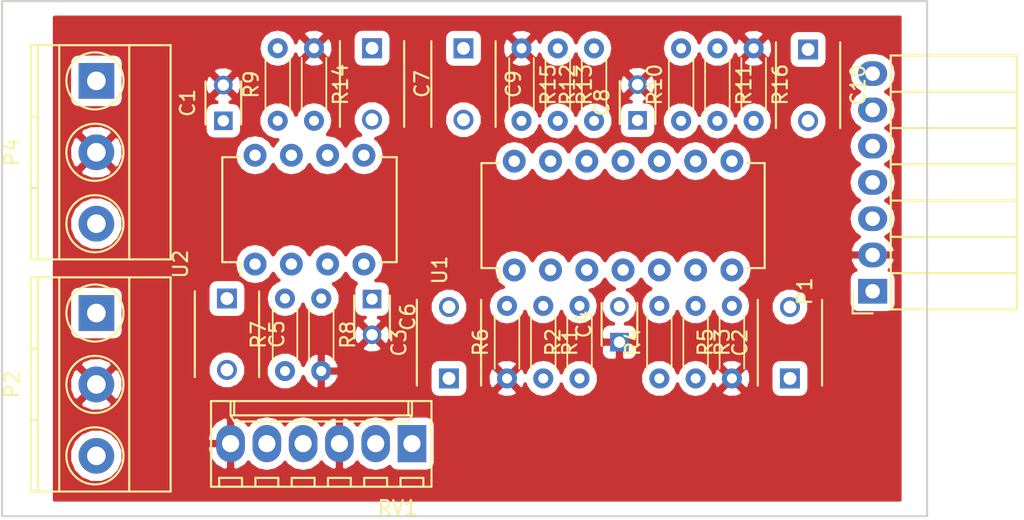
<source format=kicad_pcb>
(kicad_pcb (version 4) (host pcbnew 4.0.5+dfsg1-4)

  (general
    (links 70)
    (no_connects 56)
    (area 27.356999 15.672999 92.277001 51.891001)
    (thickness 1.6)
    (drawings 5)
    (tracks 0)
    (zones 0)
    (modules 32)
    (nets 24)
  )

  (page USLetter)
  (layers
    (0 F.Cu signal)
    (31 B.Cu signal)
    (32 B.Adhes user)
    (33 F.Adhes user)
    (34 B.Paste user)
    (35 F.Paste user)
    (36 B.SilkS user)
    (37 F.SilkS user)
    (38 B.Mask user)
    (39 F.Mask user)
    (40 Dwgs.User user)
    (41 Cmts.User user)
    (42 Eco1.User user)
    (43 Eco2.User user)
    (44 Edge.Cuts user)
    (45 Margin user)
    (46 B.CrtYd user)
    (47 F.CrtYd user)
    (48 B.Fab user)
    (49 F.Fab user)
  )

  (setup
    (last_trace_width 0.254)
    (trace_clearance 0.254)
    (zone_clearance 0.508)
    (zone_45_only no)
    (trace_min 0.1524)
    (segment_width 0.2)
    (edge_width 0.15)
    (via_size 0.6858)
    (via_drill 0.3302)
    (via_min_size 0.6858)
    (via_min_drill 0.3302)
    (uvia_size 0.127)
    (uvia_drill 0.0254)
    (uvias_allowed no)
    (uvia_min_size 0)
    (uvia_min_drill 0)
    (pcb_text_width 0.3)
    (pcb_text_size 1.5 1.5)
    (mod_edge_width 0.15)
    (mod_text_size 1 1)
    (mod_text_width 0.15)
    (pad_size 1.524 1.524)
    (pad_drill 0.762)
    (pad_to_mask_clearance 0.2)
    (aux_axis_origin 0 0)
    (visible_elements FFFFFF7F)
    (pcbplotparams
      (layerselection 0x00030_80000001)
      (usegerberextensions false)
      (excludeedgelayer true)
      (linewidth 0.100000)
      (plotframeref false)
      (viasonmask false)
      (mode 1)
      (useauxorigin false)
      (hpglpennumber 1)
      (hpglpenspeed 20)
      (hpglpendiameter 15)
      (hpglpenoverlay 2)
      (psnegative false)
      (psa4output false)
      (plotreference true)
      (plotvalue true)
      (plotinvisibletext false)
      (padsonsilk false)
      (subtractmaskfromsilk false)
      (outputformat 1)
      (mirror false)
      (drillshape 0)
      (scaleselection 1)
      (outputdirectory ""))
  )

  (net 0 "")
  (net 1 GND)
  (net 2 "Net-(C7-Pad2)")
  (net 3 "Net-(RV1-Pad2)")
  (net 4 "Net-(RV1-Pad5)")
  (net 5 /left_in)
  (net 6 "Net-(R1-Pad1)")
  (net 7 "Net-(C2-Pad1)")
  (net 8 "Net-(C2-Pad2)")
  (net 9 /left_bass)
  (net 10 /right_bass)
  (net 11 /left_tweet)
  (net 12 /right_tweet)
  (net 13 "Net-(R3-Pad1)")
  (net 14 /right_in)
  (net 15 "Net-(C3-Pad2)")
  (net 16 "Net-(C5-Pad2)")
  (net 17 "Net-(C9-Pad1)")
  (net 18 "Net-(C9-Pad2)")
  (net 19 "Net-(C10-Pad2)")
  (net 20 "Net-(R10-Pad1)")
  (net 21 "Net-(R12-Pad1)")
  (net 22 +15V)
  (net 23 -15V)

  (net_class Default "This is the default net class."
    (clearance 0.254)
    (trace_width 0.254)
    (via_dia 0.6858)
    (via_drill 0.3302)
    (uvia_dia 0.127)
    (uvia_drill 0.0254)
    (add_net /left_bass)
    (add_net /left_in)
    (add_net /left_tweet)
    (add_net /right_bass)
    (add_net /right_in)
    (add_net /right_tweet)
    (add_net "Net-(C10-Pad2)")
    (add_net "Net-(C2-Pad1)")
    (add_net "Net-(C2-Pad2)")
    (add_net "Net-(C3-Pad2)")
    (add_net "Net-(C5-Pad2)")
    (add_net "Net-(C7-Pad2)")
    (add_net "Net-(C9-Pad1)")
    (add_net "Net-(C9-Pad2)")
    (add_net "Net-(R1-Pad1)")
    (add_net "Net-(R10-Pad1)")
    (add_net "Net-(R12-Pad1)")
    (add_net "Net-(R3-Pad1)")
    (add_net "Net-(RV1-Pad2)")
    (add_net "Net-(RV1-Pad5)")
  )

  (net_class Power ""
    (clearance 0.254)
    (trace_width 0.254)
    (via_dia 0.6858)
    (via_drill 0.3302)
    (uvia_dia 0.127)
    (uvia_drill 0.0254)
    (add_net +15V)
    (add_net -15V)
    (add_net GND)
  )

  (module Connectors_Molex:Molex_KK-6410-06_06x2.54mm_Straight (layer F.Cu) (tedit 56C6219D) (tstamp 58FCD582)
    (at 56.134 46.736 180)
    (descr "Connector Headers with Friction Lock, 22-27-2061, http://www.molex.com/pdm_docs/sd/022272021_sd.pdf")
    (tags "connector molex kk_6410 22-27-2061")
    (path /58E6EC42)
    (fp_text reference RV1 (at 1 -4.5 180) (layer F.SilkS)
      (effects (font (size 1 1) (thickness 0.15)))
    )
    (fp_text value DUAL_POT (at 6.35 4.5 180) (layer F.Fab)
      (effects (font (size 1 1) (thickness 0.15)))
    )
    (fp_line (start -1.37 -3.02) (end -1.37 2.98) (layer F.SilkS) (width 0.15))
    (fp_line (start -1.37 2.98) (end 14.07 2.98) (layer F.SilkS) (width 0.15))
    (fp_line (start 14.07 2.98) (end 14.07 -3.02) (layer F.SilkS) (width 0.15))
    (fp_line (start 14.07 -3.02) (end -1.37 -3.02) (layer F.SilkS) (width 0.15))
    (fp_line (start 0 2.98) (end 0 1.98) (layer F.SilkS) (width 0.15))
    (fp_line (start 0 1.98) (end 12.7 1.98) (layer F.SilkS) (width 0.15))
    (fp_line (start 12.7 1.98) (end 12.7 2.98) (layer F.SilkS) (width 0.15))
    (fp_line (start 0 1.98) (end 0.25 1.55) (layer F.SilkS) (width 0.15))
    (fp_line (start 0.25 1.55) (end 12.45 1.55) (layer F.SilkS) (width 0.15))
    (fp_line (start 12.45 1.55) (end 12.7 1.98) (layer F.SilkS) (width 0.15))
    (fp_line (start 0.25 2.98) (end 0.25 1.98) (layer F.SilkS) (width 0.15))
    (fp_line (start 12.45 2.98) (end 12.45 1.98) (layer F.SilkS) (width 0.15))
    (fp_line (start -0.8 -3.02) (end -0.8 -2.4) (layer F.SilkS) (width 0.15))
    (fp_line (start -0.8 -2.4) (end 0.8 -2.4) (layer F.SilkS) (width 0.15))
    (fp_line (start 0.8 -2.4) (end 0.8 -3.02) (layer F.SilkS) (width 0.15))
    (fp_line (start 1.74 -3.02) (end 1.74 -2.4) (layer F.SilkS) (width 0.15))
    (fp_line (start 1.74 -2.4) (end 3.34 -2.4) (layer F.SilkS) (width 0.15))
    (fp_line (start 3.34 -2.4) (end 3.34 -3.02) (layer F.SilkS) (width 0.15))
    (fp_line (start 4.28 -3.02) (end 4.28 -2.4) (layer F.SilkS) (width 0.15))
    (fp_line (start 4.28 -2.4) (end 5.88 -2.4) (layer F.SilkS) (width 0.15))
    (fp_line (start 5.88 -2.4) (end 5.88 -3.02) (layer F.SilkS) (width 0.15))
    (fp_line (start 6.82 -3.02) (end 6.82 -2.4) (layer F.SilkS) (width 0.15))
    (fp_line (start 6.82 -2.4) (end 8.42 -2.4) (layer F.SilkS) (width 0.15))
    (fp_line (start 8.42 -2.4) (end 8.42 -3.02) (layer F.SilkS) (width 0.15))
    (fp_line (start 9.36 -3.02) (end 9.36 -2.4) (layer F.SilkS) (width 0.15))
    (fp_line (start 9.36 -2.4) (end 10.96 -2.4) (layer F.SilkS) (width 0.15))
    (fp_line (start 10.96 -2.4) (end 10.96 -3.02) (layer F.SilkS) (width 0.15))
    (fp_line (start 11.9 -3.02) (end 11.9 -2.4) (layer F.SilkS) (width 0.15))
    (fp_line (start 11.9 -2.4) (end 13.5 -2.4) (layer F.SilkS) (width 0.15))
    (fp_line (start 13.5 -2.4) (end 13.5 -3.02) (layer F.SilkS) (width 0.15))
    (fp_line (start -1.9 3.5) (end -1.9 -3.55) (layer F.CrtYd) (width 0.05))
    (fp_line (start -1.9 -3.55) (end 14.6 -3.55) (layer F.CrtYd) (width 0.05))
    (fp_line (start 14.6 -3.55) (end 14.6 3.5) (layer F.CrtYd) (width 0.05))
    (fp_line (start 14.6 3.5) (end -1.9 3.5) (layer F.CrtYd) (width 0.05))
    (pad 1 thru_hole rect (at 0 0 180) (size 2 2.6) (drill 1.2) (layers *.Cu *.Mask)
      (net 14 /right_in))
    (pad 2 thru_hole oval (at 2.54 0 180) (size 2 2.6) (drill 1.2) (layers *.Cu *.Mask)
      (net 3 "Net-(RV1-Pad2)"))
    (pad 3 thru_hole oval (at 5.08 0 180) (size 2 2.6) (drill 1.2) (layers *.Cu *.Mask)
      (net 1 GND))
    (pad 4 thru_hole oval (at 7.62 0 180) (size 2 2.6) (drill 1.2) (layers *.Cu *.Mask)
      (net 5 /left_in))
    (pad 5 thru_hole oval (at 10.16 0 180) (size 2 2.6) (drill 1.2) (layers *.Cu *.Mask)
      (net 4 "Net-(RV1-Pad5)"))
    (pad 6 thru_hole oval (at 12.7 0 180) (size 2 2.6) (drill 1.2) (layers *.Cu *.Mask)
      (net 1 GND))
    (model ../../../../../home/showard/kicadlibraries/kicad-library/modules/packages3d/Connectors_Molex.3dshapes/Molex_KK-6410-06_06x2.54mm_Straight.wrl
      (at (xyz 0 0 0))
      (scale (xyz 1 1 1))
      (rotate (xyz 0 0 0))
    )
    (model ../../../../../home/showard/kicadlibraries/kicad-library/modules/packages3d/Connectors_Molex.3dshapes/Molex_KK-6410-06_06x2.54mm_Straight.wrl
      (at (xyz 0 0 0))
      (scale (xyz 1 1 1))
      (rotate (xyz 0 0 0))
    )
  )

  (module Terminal_Blocks:TerminalBlock_Pheonix_MKDS1.5-3pol (layer F.Cu) (tedit 5630081E) (tstamp 58F95CE8)
    (at 34.036 37.592 270)
    (descr "3-way 5mm pitch terminal block, Phoenix MKDS series")
    (path /58FBBFDF)
    (fp_text reference P2 (at 5 5.9 270) (layer F.SilkS)
      (effects (font (size 1 1) (thickness 0.15)))
    )
    (fp_text value CONN_01X03 (at 5 -6.6 270) (layer F.Fab)
      (effects (font (size 1 1) (thickness 0.15)))
    )
    (fp_line (start -2.7 4.8) (end -2.7 -5.4) (layer F.CrtYd) (width 0.05))
    (fp_line (start 12.7 4.8) (end -2.7 4.8) (layer F.CrtYd) (width 0.05))
    (fp_line (start 12.7 -5.4) (end 12.7 4.8) (layer F.CrtYd) (width 0.05))
    (fp_line (start -2.7 -5.4) (end 12.7 -5.4) (layer F.CrtYd) (width 0.05))
    (fp_circle (center 10 0.1) (end 8 0.1) (layer F.SilkS) (width 0.15))
    (fp_line (start 7.5 4.1) (end 7.5 4.6) (layer F.SilkS) (width 0.15))
    (fp_line (start 2.5 4.1) (end 2.5 4.6) (layer F.SilkS) (width 0.15))
    (fp_circle (center 5 0.1) (end 3 0.1) (layer F.SilkS) (width 0.15))
    (fp_circle (center 0 0.1) (end 2 0.1) (layer F.SilkS) (width 0.15))
    (fp_line (start -2.5 2.6) (end 12.5 2.6) (layer F.SilkS) (width 0.15))
    (fp_line (start -2.5 -2.3) (end 12.5 -2.3) (layer F.SilkS) (width 0.15))
    (fp_line (start -2.5 4.1) (end 12.5 4.1) (layer F.SilkS) (width 0.15))
    (fp_line (start -2.5 4.6) (end 12.5 4.6) (layer F.SilkS) (width 0.15))
    (fp_line (start 12.5 4.6) (end 12.5 -5.2) (layer F.SilkS) (width 0.15))
    (fp_line (start 12.5 -5.2) (end -2.5 -5.2) (layer F.SilkS) (width 0.15))
    (fp_line (start -2.5 -5.2) (end -2.5 4.6) (layer F.SilkS) (width 0.15))
    (pad 3 thru_hole circle (at 10 0 270) (size 2.5 2.5) (drill 1.3) (layers *.Cu *.Mask)
      (net 14 /right_in))
    (pad 1 thru_hole rect (at 0 0 270) (size 2.5 2.5) (drill 1.3) (layers *.Cu *.Mask)
      (net 5 /left_in))
    (pad 2 thru_hole circle (at 5 0 270) (size 2.5 2.5) (drill 1.3) (layers *.Cu *.Mask)
      (net 1 GND))
    (model Terminal_Blocks.3dshapes/TerminalBlock_Pheonix_MKDS1.5-3pol.wrl
      (at (xyz 0.1968 0 0))
      (scale (xyz 1 1 1))
      (rotate (xyz 0 0 0))
    )
  )

  (module Capacitors_ThroughHole:C_Disc_D3_P2.5 (layer F.Cu) (tedit 0) (tstamp 58EE82B6)
    (at 53.34 36.616 270)
    (descr "Capacitor 3mm Disc, Pitch 2.5mm")
    (tags Capacitor)
    (path /590D1552)
    (fp_text reference C6 (at 1.25 -2.5 270) (layer F.SilkS)
      (effects (font (size 1 1) (thickness 0.15)))
    )
    (fp_text value 100n (at 1.25 2.5 270) (layer F.Fab)
      (effects (font (size 1 1) (thickness 0.15)))
    )
    (fp_line (start -0.9 -1.5) (end 3.4 -1.5) (layer F.CrtYd) (width 0.05))
    (fp_line (start 3.4 -1.5) (end 3.4 1.5) (layer F.CrtYd) (width 0.05))
    (fp_line (start 3.4 1.5) (end -0.9 1.5) (layer F.CrtYd) (width 0.05))
    (fp_line (start -0.9 1.5) (end -0.9 -1.5) (layer F.CrtYd) (width 0.05))
    (fp_line (start -0.25 -1.25) (end 2.75 -1.25) (layer F.SilkS) (width 0.15))
    (fp_line (start 2.75 1.25) (end -0.25 1.25) (layer F.SilkS) (width 0.15))
    (pad 1 thru_hole rect (at 0 0 270) (size 1.3 1.3) (drill 0.8) (layers *.Cu *.Mask)
      (net 23 -15V))
    (pad 2 thru_hole circle (at 2.5 0 270) (size 1.3 1.3) (drill 0.8001) (layers *.Cu *.Mask)
      (net 1 GND))
    (model Capacitors_ThroughHole.3dshapes/C_Disc_D3_P2.5.wrl
      (at (xyz 0.0492126 0 0))
      (scale (xyz 1 1 1))
      (rotate (xyz 0 0 0))
    )
  )

  (module Capacitors_ThroughHole:C_Disc_D6_P5 (layer F.Cu) (tedit 0) (tstamp 58E6B5A2)
    (at 53.34 19.05 270)
    (descr "Capacitor 6mm Disc, Pitch 5mm")
    (tags Capacitor)
    (path /590A1F6B)
    (fp_text reference C7 (at 2.5 -3.5 270) (layer F.SilkS)
      (effects (font (size 1 1) (thickness 0.15)))
    )
    (fp_text value 100n (at 2.5 3.5 270) (layer F.Fab)
      (effects (font (size 1 1) (thickness 0.15)))
    )
    (fp_line (start -0.95 -2.5) (end 5.95 -2.5) (layer F.CrtYd) (width 0.05))
    (fp_line (start 5.95 -2.5) (end 5.95 2.5) (layer F.CrtYd) (width 0.05))
    (fp_line (start 5.95 2.5) (end -0.95 2.5) (layer F.CrtYd) (width 0.05))
    (fp_line (start -0.95 2.5) (end -0.95 -2.5) (layer F.CrtYd) (width 0.05))
    (fp_line (start -0.5 -2.25) (end 5.5 -2.25) (layer F.SilkS) (width 0.15))
    (fp_line (start 5.5 2.25) (end -0.5 2.25) (layer F.SilkS) (width 0.15))
    (pad 1 thru_hole rect (at 0 0 270) (size 1.4 1.4) (drill 0.9) (layers *.Cu *.Mask)
      (net 10 /right_bass))
    (pad 2 thru_hole circle (at 5 0 270) (size 1.4 1.4) (drill 0.9) (layers *.Cu *.Mask)
      (net 2 "Net-(C7-Pad2)"))
    (model Capacitors_ThroughHole.3dshapes/C_Disc_D6_P5.wrl
      (at (xyz 0.0984252 0 0))
      (scale (xyz 1 1 1))
      (rotate (xyz 0 0 0))
    )
  )

  (module Capacitors_ThroughHole:C_Disc_D3_P2.5 (layer F.Cu) (tedit 0) (tstamp 58E6B4EE)
    (at 42.926 24.13 90)
    (descr "Capacitor 3mm Disc, Pitch 2.5mm")
    (tags Capacitor)
    (path /590D1566)
    (fp_text reference C1 (at 1.25 -2.5 90) (layer F.SilkS)
      (effects (font (size 1 1) (thickness 0.15)))
    )
    (fp_text value 100n (at 1.25 2.5 90) (layer F.Fab)
      (effects (font (size 1 1) (thickness 0.15)))
    )
    (fp_line (start -0.9 -1.5) (end 3.4 -1.5) (layer F.CrtYd) (width 0.05))
    (fp_line (start 3.4 -1.5) (end 3.4 1.5) (layer F.CrtYd) (width 0.05))
    (fp_line (start 3.4 1.5) (end -0.9 1.5) (layer F.CrtYd) (width 0.05))
    (fp_line (start -0.9 1.5) (end -0.9 -1.5) (layer F.CrtYd) (width 0.05))
    (fp_line (start -0.25 -1.25) (end 2.75 -1.25) (layer F.SilkS) (width 0.15))
    (fp_line (start 2.75 1.25) (end -0.25 1.25) (layer F.SilkS) (width 0.15))
    (pad 1 thru_hole rect (at 0 0 90) (size 1.3 1.3) (drill 0.8) (layers *.Cu *.Mask)
      (net 22 +15V))
    (pad 2 thru_hole circle (at 2.5 0 90) (size 1.3 1.3) (drill 0.8001) (layers *.Cu *.Mask)
      (net 1 GND))
    (model Capacitors_ThroughHole.3dshapes/C_Disc_D3_P2.5.wrl
      (at (xyz 0.0492126 0 0))
      (scale (xyz 1 1 1))
      (rotate (xyz 0 0 0))
    )
  )

  (module scimpy_library:R_Axial_DIN0204_L3.6mm_D1.6mm_P5.08mm_Horizontal (layer F.Cu) (tedit 5874F706) (tstamp 590BB11D)
    (at 73.4579 42.1727 90)
    (descr "Resistor, Axial_DIN0204 series, Axial, Horizontal, pin pitch=5.08mm, 0.16666666666666666W = 1/6W, length*diameter=3.6*1.6mm^2, http://cdn-reichelt.de/documents/datenblatt/B400/1_4W%23YAG.pdf")
    (tags "Resistor Axial_DIN0204 series Axial Horizontal pin pitch 5.08mm 0.16666666666666666W = 1/6W length 3.6mm diameter 1.6mm")
    (path /590D15CE)
    (fp_text reference R4 (at 2.54 -1.86 90) (layer F.SilkS)
      (effects (font (size 1 1) (thickness 0.15)))
    )
    (fp_text value 2K2 (at 2.54 1.86 90) (layer F.Fab)
      (effects (font (size 1 1) (thickness 0.15)))
    )
    (fp_line (start 0.74 -0.8) (end 0.74 0.8) (layer F.Fab) (width 0.1))
    (fp_line (start 0.74 0.8) (end 4.34 0.8) (layer F.Fab) (width 0.1))
    (fp_line (start 4.34 0.8) (end 4.34 -0.8) (layer F.Fab) (width 0.1))
    (fp_line (start 4.34 -0.8) (end 0.74 -0.8) (layer F.Fab) (width 0.1))
    (fp_line (start 0 0) (end 0.74 0) (layer F.Fab) (width 0.1))
    (fp_line (start 5.08 0) (end 4.34 0) (layer F.Fab) (width 0.1))
    (fp_line (start 0.68 -0.86) (end 4.4 -0.86) (layer F.SilkS) (width 0.12))
    (fp_line (start 0.68 0.86) (end 4.4 0.86) (layer F.SilkS) (width 0.12))
    (fp_line (start -0.95 -1.15) (end -0.95 1.15) (layer F.CrtYd) (width 0.05))
    (fp_line (start -0.95 1.15) (end 6.05 1.15) (layer F.CrtYd) (width 0.05))
    (fp_line (start 6.05 1.15) (end 6.05 -1.15) (layer F.CrtYd) (width 0.05))
    (fp_line (start 6.05 -1.15) (end -0.95 -1.15) (layer F.CrtYd) (width 0.05))
    (pad 1 thru_hole circle (at 0 0 90) (size 1.4 1.4) (drill 0.7) (layers *.Cu *.Mask)
      (net 11 /left_tweet))
    (pad 2 thru_hole oval (at 5.08 0 90) (size 1.4 1.4) (drill 0.7) (layers *.Cu *.Mask)
      (net 13 "Net-(R3-Pad1)"))
    (model Resistors_THT.3dshapes/R_Axial_DIN0204_L3.6mm_D1.6mm_P5.08mm_Horizontal.wrl
      (at (xyz 0 0 0))
      (scale (xyz 0.393701 0.393701 0.393701))
      (rotate (xyz 0 0 0))
    )
    (model ../../../../../home/showard/scimpy/scimpy/boards/3dshapes/Resistors_THT.3dshapes/R_Axial_DIN0204_L3.6mm_D1.6mm_P5.08mm_Horizontal.wrl
      (at (xyz 0 0 0))
      (scale (xyz 0.393701 0.393701 0.393701))
      (rotate (xyz 0 0 0))
    )
  )

  (module scimpy_library:R_Axial_DIN0204_L3.6mm_D1.6mm_P5.08mm_Horizontal (layer F.Cu) (tedit 5874F706) (tstamp 590BB122)
    (at 78.5379 42.1727 90)
    (descr "Resistor, Axial_DIN0204 series, Axial, Horizontal, pin pitch=5.08mm, 0.16666666666666666W = 1/6W, length*diameter=3.6*1.6mm^2, http://cdn-reichelt.de/documents/datenblatt/B400/1_4W%23YAG.pdf")
    (tags "Resistor Axial_DIN0204 series Axial Horizontal pin pitch 5.08mm 0.16666666666666666W = 1/6W length 3.6mm diameter 1.6mm")
    (path /590D15B0)
    (fp_text reference R5 (at 2.54 -1.86 90) (layer F.SilkS)
      (effects (font (size 1 1) (thickness 0.15)))
    )
    (fp_text value Rph (at 2.54 1.86 90) (layer F.Fab)
      (effects (font (size 1 1) (thickness 0.15)))
    )
    (fp_line (start 0.74 -0.8) (end 0.74 0.8) (layer F.Fab) (width 0.1))
    (fp_line (start 0.74 0.8) (end 4.34 0.8) (layer F.Fab) (width 0.1))
    (fp_line (start 4.34 0.8) (end 4.34 -0.8) (layer F.Fab) (width 0.1))
    (fp_line (start 4.34 -0.8) (end 0.74 -0.8) (layer F.Fab) (width 0.1))
    (fp_line (start 0 0) (end 0.74 0) (layer F.Fab) (width 0.1))
    (fp_line (start 5.08 0) (end 4.34 0) (layer F.Fab) (width 0.1))
    (fp_line (start 0.68 -0.86) (end 4.4 -0.86) (layer F.SilkS) (width 0.12))
    (fp_line (start 0.68 0.86) (end 4.4 0.86) (layer F.SilkS) (width 0.12))
    (fp_line (start -0.95 -1.15) (end -0.95 1.15) (layer F.CrtYd) (width 0.05))
    (fp_line (start -0.95 1.15) (end 6.05 1.15) (layer F.CrtYd) (width 0.05))
    (fp_line (start 6.05 1.15) (end 6.05 -1.15) (layer F.CrtYd) (width 0.05))
    (fp_line (start 6.05 -1.15) (end -0.95 -1.15) (layer F.CrtYd) (width 0.05))
    (pad 1 thru_hole circle (at 0 0 90) (size 1.4 1.4) (drill 0.7) (layers *.Cu *.Mask)
      (net 1 GND))
    (pad 2 thru_hole oval (at 5.08 0 90) (size 1.4 1.4) (drill 0.7) (layers *.Cu *.Mask)
      (net 8 "Net-(C2-Pad2)"))
    (model Resistors_THT.3dshapes/R_Axial_DIN0204_L3.6mm_D1.6mm_P5.08mm_Horizontal.wrl
      (at (xyz 0 0 0))
      (scale (xyz 0.393701 0.393701 0.393701))
      (rotate (xyz 0 0 0))
    )
    (model ../../../../../home/showard/scimpy/scimpy/boards/3dshapes/Resistors_THT.3dshapes/R_Axial_DIN0204_L3.6mm_D1.6mm_P5.08mm_Horizontal.wrl
      (at (xyz 0 0 0))
      (scale (xyz 0.393701 0.393701 0.393701))
      (rotate (xyz 0 0 0))
    )
  )

  (module scimpy_library:R_Axial_DIN0204_L3.6mm_D1.6mm_P5.08mm_Horizontal (layer F.Cu) (tedit 5874F706) (tstamp 590BB127)
    (at 62.7899 42.1727 90)
    (descr "Resistor, Axial_DIN0204 series, Axial, Horizontal, pin pitch=5.08mm, 0.16666666666666666W = 1/6W, length*diameter=3.6*1.6mm^2, http://cdn-reichelt.de/documents/datenblatt/B400/1_4W%23YAG.pdf")
    (tags "Resistor Axial_DIN0204 series Axial Horizontal pin pitch 5.08mm 0.16666666666666666W = 1/6W length 3.6mm diameter 1.6mm")
    (path /590D1572)
    (fp_text reference R6 (at 2.54 -1.86 90) (layer F.SilkS)
      (effects (font (size 1 1) (thickness 0.15)))
    )
    (fp_text value Rph (at 2.54 1.86 90) (layer F.Fab)
      (effects (font (size 1 1) (thickness 0.15)))
    )
    (fp_line (start 0.74 -0.8) (end 0.74 0.8) (layer F.Fab) (width 0.1))
    (fp_line (start 0.74 0.8) (end 4.34 0.8) (layer F.Fab) (width 0.1))
    (fp_line (start 4.34 0.8) (end 4.34 -0.8) (layer F.Fab) (width 0.1))
    (fp_line (start 4.34 -0.8) (end 0.74 -0.8) (layer F.Fab) (width 0.1))
    (fp_line (start 0 0) (end 0.74 0) (layer F.Fab) (width 0.1))
    (fp_line (start 5.08 0) (end 4.34 0) (layer F.Fab) (width 0.1))
    (fp_line (start 0.68 -0.86) (end 4.4 -0.86) (layer F.SilkS) (width 0.12))
    (fp_line (start 0.68 0.86) (end 4.4 0.86) (layer F.SilkS) (width 0.12))
    (fp_line (start -0.95 -1.15) (end -0.95 1.15) (layer F.CrtYd) (width 0.05))
    (fp_line (start -0.95 1.15) (end 6.05 1.15) (layer F.CrtYd) (width 0.05))
    (fp_line (start 6.05 1.15) (end 6.05 -1.15) (layer F.CrtYd) (width 0.05))
    (fp_line (start 6.05 -1.15) (end -0.95 -1.15) (layer F.CrtYd) (width 0.05))
    (pad 1 thru_hole circle (at 0 0 90) (size 1.4 1.4) (drill 0.7) (layers *.Cu *.Mask)
      (net 1 GND))
    (pad 2 thru_hole oval (at 5.08 0 90) (size 1.4 1.4) (drill 0.7) (layers *.Cu *.Mask)
      (net 15 "Net-(C3-Pad2)"))
    (model Resistors_THT.3dshapes/R_Axial_DIN0204_L3.6mm_D1.6mm_P5.08mm_Horizontal.wrl
      (at (xyz 0 0 0))
      (scale (xyz 0.393701 0.393701 0.393701))
      (rotate (xyz 0 0 0))
    )
    (model ../../../../../home/showard/scimpy/scimpy/boards/3dshapes/Resistors_THT.3dshapes/R_Axial_DIN0204_L3.6mm_D1.6mm_P5.08mm_Horizontal.wrl
      (at (xyz 0 0 0))
      (scale (xyz 0.393701 0.393701 0.393701))
      (rotate (xyz 0 0 0))
    )
  )

  (module scimpy_library:R_Axial_DIN0204_L3.6mm_D1.6mm_P5.08mm_Horizontal (layer F.Cu) (tedit 5874F706) (tstamp 590BB12C)
    (at 47.244 41.656 90)
    (descr "Resistor, Axial_DIN0204 series, Axial, Horizontal, pin pitch=5.08mm, 0.16666666666666666W = 1/6W, length*diameter=3.6*1.6mm^2, http://cdn-reichelt.de/documents/datenblatt/B400/1_4W%23YAG.pdf")
    (tags "Resistor Axial_DIN0204 series Axial Horizontal pin pitch 5.08mm 0.16666666666666666W = 1/6W length 3.6mm diameter 1.6mm")
    (path /590237A2)
    (fp_text reference R7 (at 2.54 -1.86 90) (layer F.SilkS)
      (effects (font (size 1 1) (thickness 0.15)))
    )
    (fp_text value Rbs1 (at 2.54 1.86 90) (layer F.Fab)
      (effects (font (size 1 1) (thickness 0.15)))
    )
    (fp_line (start 0.74 -0.8) (end 0.74 0.8) (layer F.Fab) (width 0.1))
    (fp_line (start 0.74 0.8) (end 4.34 0.8) (layer F.Fab) (width 0.1))
    (fp_line (start 4.34 0.8) (end 4.34 -0.8) (layer F.Fab) (width 0.1))
    (fp_line (start 4.34 -0.8) (end 0.74 -0.8) (layer F.Fab) (width 0.1))
    (fp_line (start 0 0) (end 0.74 0) (layer F.Fab) (width 0.1))
    (fp_line (start 5.08 0) (end 4.34 0) (layer F.Fab) (width 0.1))
    (fp_line (start 0.68 -0.86) (end 4.4 -0.86) (layer F.SilkS) (width 0.12))
    (fp_line (start 0.68 0.86) (end 4.4 0.86) (layer F.SilkS) (width 0.12))
    (fp_line (start -0.95 -1.15) (end -0.95 1.15) (layer F.CrtYd) (width 0.05))
    (fp_line (start -0.95 1.15) (end 6.05 1.15) (layer F.CrtYd) (width 0.05))
    (fp_line (start 6.05 1.15) (end 6.05 -1.15) (layer F.CrtYd) (width 0.05))
    (fp_line (start 6.05 -1.15) (end -0.95 -1.15) (layer F.CrtYd) (width 0.05))
    (pad 1 thru_hole circle (at 0 0 90) (size 1.4 1.4) (drill 0.7) (layers *.Cu *.Mask)
      (net 16 "Net-(C5-Pad2)"))
    (pad 2 thru_hole oval (at 5.08 0 90) (size 1.4 1.4) (drill 0.7) (layers *.Cu *.Mask)
      (net 9 /left_bass))
    (model Resistors_THT.3dshapes/R_Axial_DIN0204_L3.6mm_D1.6mm_P5.08mm_Horizontal.wrl
      (at (xyz 0 0 0))
      (scale (xyz 0.393701 0.393701 0.393701))
      (rotate (xyz 0 0 0))
    )
    (model ../../../../../home/showard/scimpy/scimpy/boards/3dshapes/Resistors_THT.3dshapes/R_Axial_DIN0204_L3.6mm_D1.6mm_P5.08mm_Horizontal.wrl
      (at (xyz 0 0 0))
      (scale (xyz 0.393701 0.393701 0.393701))
      (rotate (xyz 0 0 0))
    )
  )

  (module scimpy_library:R_Axial_DIN0204_L3.6mm_D1.6mm_P5.08mm_Horizontal (layer F.Cu) (tedit 5874F706) (tstamp 590BB131)
    (at 49.784 36.576 270)
    (descr "Resistor, Axial_DIN0204 series, Axial, Horizontal, pin pitch=5.08mm, 0.16666666666666666W = 1/6W, length*diameter=3.6*1.6mm^2, http://cdn-reichelt.de/documents/datenblatt/B400/1_4W%23YAG.pdf")
    (tags "Resistor Axial_DIN0204 series Axial Horizontal pin pitch 5.08mm 0.16666666666666666W = 1/6W length 3.6mm diameter 1.6mm")
    (path /59024462)
    (fp_text reference R8 (at 2.54 -1.86 270) (layer F.SilkS)
      (effects (font (size 1 1) (thickness 0.15)))
    )
    (fp_text value Rbs2 (at 2.54 1.86 270) (layer F.Fab)
      (effects (font (size 1 1) (thickness 0.15)))
    )
    (fp_line (start 0.74 -0.8) (end 0.74 0.8) (layer F.Fab) (width 0.1))
    (fp_line (start 0.74 0.8) (end 4.34 0.8) (layer F.Fab) (width 0.1))
    (fp_line (start 4.34 0.8) (end 4.34 -0.8) (layer F.Fab) (width 0.1))
    (fp_line (start 4.34 -0.8) (end 0.74 -0.8) (layer F.Fab) (width 0.1))
    (fp_line (start 0 0) (end 0.74 0) (layer F.Fab) (width 0.1))
    (fp_line (start 5.08 0) (end 4.34 0) (layer F.Fab) (width 0.1))
    (fp_line (start 0.68 -0.86) (end 4.4 -0.86) (layer F.SilkS) (width 0.12))
    (fp_line (start 0.68 0.86) (end 4.4 0.86) (layer F.SilkS) (width 0.12))
    (fp_line (start -0.95 -1.15) (end -0.95 1.15) (layer F.CrtYd) (width 0.05))
    (fp_line (start -0.95 1.15) (end 6.05 1.15) (layer F.CrtYd) (width 0.05))
    (fp_line (start 6.05 1.15) (end 6.05 -1.15) (layer F.CrtYd) (width 0.05))
    (fp_line (start 6.05 -1.15) (end -0.95 -1.15) (layer F.CrtYd) (width 0.05))
    (pad 1 thru_hole circle (at 0 0 270) (size 1.4 1.4) (drill 0.7) (layers *.Cu *.Mask)
      (net 16 "Net-(C5-Pad2)"))
    (pad 2 thru_hole oval (at 5.08 0 270) (size 1.4 1.4) (drill 0.7) (layers *.Cu *.Mask)
      (net 1 GND))
    (model Resistors_THT.3dshapes/R_Axial_DIN0204_L3.6mm_D1.6mm_P5.08mm_Horizontal.wrl
      (at (xyz 0 0 0))
      (scale (xyz 0.393701 0.393701 0.393701))
      (rotate (xyz 0 0 0))
    )
    (model ../../../../../home/showard/scimpy/scimpy/boards/3dshapes/Resistors_THT.3dshapes/R_Axial_DIN0204_L3.6mm_D1.6mm_P5.08mm_Horizontal.wrl
      (at (xyz 0 0 0))
      (scale (xyz 0.393701 0.393701 0.393701))
      (rotate (xyz 0 0 0))
    )
  )

  (module scimpy_library:R_Axial_DIN0204_L3.6mm_D1.6mm_P5.08mm_Horizontal (layer F.Cu) (tedit 5874F706) (tstamp 590BB136)
    (at 46.736 24.13 90)
    (descr "Resistor, Axial_DIN0204 series, Axial, Horizontal, pin pitch=5.08mm, 0.16666666666666666W = 1/6W, length*diameter=3.6*1.6mm^2, http://cdn-reichelt.de/documents/datenblatt/B400/1_4W%23YAG.pdf")
    (tags "Resistor Axial_DIN0204 series Axial Horizontal pin pitch 5.08mm 0.16666666666666666W = 1/6W length 3.6mm diameter 1.6mm")
    (path /59025368)
    (fp_text reference R9 (at 2.54 -1.86 90) (layer F.SilkS)
      (effects (font (size 1 1) (thickness 0.15)))
    )
    (fp_text value Rbs1 (at 2.54 1.86 90) (layer F.Fab)
      (effects (font (size 1 1) (thickness 0.15)))
    )
    (fp_line (start 0.74 -0.8) (end 0.74 0.8) (layer F.Fab) (width 0.1))
    (fp_line (start 0.74 0.8) (end 4.34 0.8) (layer F.Fab) (width 0.1))
    (fp_line (start 4.34 0.8) (end 4.34 -0.8) (layer F.Fab) (width 0.1))
    (fp_line (start 4.34 -0.8) (end 0.74 -0.8) (layer F.Fab) (width 0.1))
    (fp_line (start 0 0) (end 0.74 0) (layer F.Fab) (width 0.1))
    (fp_line (start 5.08 0) (end 4.34 0) (layer F.Fab) (width 0.1))
    (fp_line (start 0.68 -0.86) (end 4.4 -0.86) (layer F.SilkS) (width 0.12))
    (fp_line (start 0.68 0.86) (end 4.4 0.86) (layer F.SilkS) (width 0.12))
    (fp_line (start -0.95 -1.15) (end -0.95 1.15) (layer F.CrtYd) (width 0.05))
    (fp_line (start -0.95 1.15) (end 6.05 1.15) (layer F.CrtYd) (width 0.05))
    (fp_line (start 6.05 1.15) (end 6.05 -1.15) (layer F.CrtYd) (width 0.05))
    (fp_line (start 6.05 -1.15) (end -0.95 -1.15) (layer F.CrtYd) (width 0.05))
    (pad 1 thru_hole circle (at 0 0 90) (size 1.4 1.4) (drill 0.7) (layers *.Cu *.Mask)
      (net 2 "Net-(C7-Pad2)"))
    (pad 2 thru_hole oval (at 5.08 0 90) (size 1.4 1.4) (drill 0.7) (layers *.Cu *.Mask)
      (net 10 /right_bass))
    (model Resistors_THT.3dshapes/R_Axial_DIN0204_L3.6mm_D1.6mm_P5.08mm_Horizontal.wrl
      (at (xyz 0 0 0))
      (scale (xyz 0.393701 0.393701 0.393701))
      (rotate (xyz 0 0 0))
    )
    (model ../../../../../home/showard/scimpy/scimpy/boards/3dshapes/Resistors_THT.3dshapes/R_Axial_DIN0204_L3.6mm_D1.6mm_P5.08mm_Horizontal.wrl
      (at (xyz 0 0 0))
      (scale (xyz 0.393701 0.393701 0.393701))
      (rotate (xyz 0 0 0))
    )
  )

  (module scimpy_library:R_Axial_DIN0204_L3.6mm_D1.6mm_P5.08mm_Horizontal (layer F.Cu) (tedit 5874F706) (tstamp 590BB13B)
    (at 74.9819 24.1387 90)
    (descr "Resistor, Axial_DIN0204 series, Axial, Horizontal, pin pitch=5.08mm, 0.16666666666666666W = 1/6W, length*diameter=3.6*1.6mm^2, http://cdn-reichelt.de/documents/datenblatt/B400/1_4W%23YAG.pdf")
    (tags "Resistor Axial_DIN0204 series Axial Horizontal pin pitch 5.08mm 0.16666666666666666W = 1/6W length 3.6mm diameter 1.6mm")
    (path /590D1600)
    (fp_text reference R10 (at 2.54 -1.86 90) (layer F.SilkS)
      (effects (font (size 1 1) (thickness 0.15)))
    )
    (fp_text value 2K2 (at 2.54 1.86 90) (layer F.Fab)
      (effects (font (size 1 1) (thickness 0.15)))
    )
    (fp_line (start 0.74 -0.8) (end 0.74 0.8) (layer F.Fab) (width 0.1))
    (fp_line (start 0.74 0.8) (end 4.34 0.8) (layer F.Fab) (width 0.1))
    (fp_line (start 4.34 0.8) (end 4.34 -0.8) (layer F.Fab) (width 0.1))
    (fp_line (start 4.34 -0.8) (end 0.74 -0.8) (layer F.Fab) (width 0.1))
    (fp_line (start 0 0) (end 0.74 0) (layer F.Fab) (width 0.1))
    (fp_line (start 5.08 0) (end 4.34 0) (layer F.Fab) (width 0.1))
    (fp_line (start 0.68 -0.86) (end 4.4 -0.86) (layer F.SilkS) (width 0.12))
    (fp_line (start 0.68 0.86) (end 4.4 0.86) (layer F.SilkS) (width 0.12))
    (fp_line (start -0.95 -1.15) (end -0.95 1.15) (layer F.CrtYd) (width 0.05))
    (fp_line (start -0.95 1.15) (end 6.05 1.15) (layer F.CrtYd) (width 0.05))
    (fp_line (start 6.05 1.15) (end 6.05 -1.15) (layer F.CrtYd) (width 0.05))
    (fp_line (start 6.05 -1.15) (end -0.95 -1.15) (layer F.CrtYd) (width 0.05))
    (pad 1 thru_hole circle (at 0 0 90) (size 1.4 1.4) (drill 0.7) (layers *.Cu *.Mask)
      (net 20 "Net-(R10-Pad1)"))
    (pad 2 thru_hole oval (at 5.08 0 90) (size 1.4 1.4) (drill 0.7) (layers *.Cu *.Mask)
      (net 10 /right_bass))
    (model Resistors_THT.3dshapes/R_Axial_DIN0204_L3.6mm_D1.6mm_P5.08mm_Horizontal.wrl
      (at (xyz 0 0 0))
      (scale (xyz 0.393701 0.393701 0.393701))
      (rotate (xyz 0 0 0))
    )
    (model ../../../../../home/showard/scimpy/scimpy/boards/3dshapes/Resistors_THT.3dshapes/R_Axial_DIN0204_L3.6mm_D1.6mm_P5.08mm_Horizontal.wrl
      (at (xyz 0 0 0))
      (scale (xyz 0.393701 0.393701 0.393701))
      (rotate (xyz 0 0 0))
    )
  )

  (module scimpy_library:R_Axial_DIN0204_L3.6mm_D1.6mm_P5.08mm_Horizontal (layer F.Cu) (tedit 5874F706) (tstamp 590BB140)
    (at 77.5219 19.0587 270)
    (descr "Resistor, Axial_DIN0204 series, Axial, Horizontal, pin pitch=5.08mm, 0.16666666666666666W = 1/6W, length*diameter=3.6*1.6mm^2, http://cdn-reichelt.de/documents/datenblatt/B400/1_4W%23YAG.pdf")
    (tags "Resistor Axial_DIN0204 series Axial Horizontal pin pitch 5.08mm 0.16666666666666666W = 1/6W length 3.6mm diameter 1.6mm")
    (path /590D1607)
    (fp_text reference R11 (at 2.54 -1.86 270) (layer F.SilkS)
      (effects (font (size 1 1) (thickness 0.15)))
    )
    (fp_text value 2K2 (at 2.54 1.86 270) (layer F.Fab)
      (effects (font (size 1 1) (thickness 0.15)))
    )
    (fp_line (start 0.74 -0.8) (end 0.74 0.8) (layer F.Fab) (width 0.1))
    (fp_line (start 0.74 0.8) (end 4.34 0.8) (layer F.Fab) (width 0.1))
    (fp_line (start 4.34 0.8) (end 4.34 -0.8) (layer F.Fab) (width 0.1))
    (fp_line (start 4.34 -0.8) (end 0.74 -0.8) (layer F.Fab) (width 0.1))
    (fp_line (start 0 0) (end 0.74 0) (layer F.Fab) (width 0.1))
    (fp_line (start 5.08 0) (end 4.34 0) (layer F.Fab) (width 0.1))
    (fp_line (start 0.68 -0.86) (end 4.4 -0.86) (layer F.SilkS) (width 0.12))
    (fp_line (start 0.68 0.86) (end 4.4 0.86) (layer F.SilkS) (width 0.12))
    (fp_line (start -0.95 -1.15) (end -0.95 1.15) (layer F.CrtYd) (width 0.05))
    (fp_line (start -0.95 1.15) (end 6.05 1.15) (layer F.CrtYd) (width 0.05))
    (fp_line (start 6.05 1.15) (end 6.05 -1.15) (layer F.CrtYd) (width 0.05))
    (fp_line (start 6.05 -1.15) (end -0.95 -1.15) (layer F.CrtYd) (width 0.05))
    (pad 1 thru_hole circle (at 0 0 270) (size 1.4 1.4) (drill 0.7) (layers *.Cu *.Mask)
      (net 17 "Net-(C9-Pad1)"))
    (pad 2 thru_hole oval (at 5.08 0 270) (size 1.4 1.4) (drill 0.7) (layers *.Cu *.Mask)
      (net 20 "Net-(R10-Pad1)"))
    (model Resistors_THT.3dshapes/R_Axial_DIN0204_L3.6mm_D1.6mm_P5.08mm_Horizontal.wrl
      (at (xyz 0 0 0))
      (scale (xyz 0.393701 0.393701 0.393701))
      (rotate (xyz 0 0 0))
    )
    (model ../../../../../home/showard/scimpy/scimpy/boards/3dshapes/Resistors_THT.3dshapes/R_Axial_DIN0204_L3.6mm_D1.6mm_P5.08mm_Horizontal.wrl
      (at (xyz 0 0 0))
      (scale (xyz 0.393701 0.393701 0.393701))
      (rotate (xyz 0 0 0))
    )
  )

  (module scimpy_library:R_Axial_DIN0204_L3.6mm_D1.6mm_P5.08mm_Horizontal (layer F.Cu) (tedit 5874F706) (tstamp 590BB145)
    (at 68.8859 24.1387 90)
    (descr "Resistor, Axial_DIN0204 series, Axial, Horizontal, pin pitch=5.08mm, 0.16666666666666666W = 1/6W, length*diameter=3.6*1.6mm^2, http://cdn-reichelt.de/documents/datenblatt/B400/1_4W%23YAG.pdf")
    (tags "Resistor Axial_DIN0204 series Axial Horizontal pin pitch 5.08mm 0.16666666666666666W = 1/6W length 3.6mm diameter 1.6mm")
    (path /590D163A)
    (fp_text reference R12 (at 2.54 -1.86 90) (layer F.SilkS)
      (effects (font (size 1 1) (thickness 0.15)))
    )
    (fp_text value 2K2 (at 2.54 1.86 90) (layer F.Fab)
      (effects (font (size 1 1) (thickness 0.15)))
    )
    (fp_line (start 0.74 -0.8) (end 0.74 0.8) (layer F.Fab) (width 0.1))
    (fp_line (start 0.74 0.8) (end 4.34 0.8) (layer F.Fab) (width 0.1))
    (fp_line (start 4.34 0.8) (end 4.34 -0.8) (layer F.Fab) (width 0.1))
    (fp_line (start 4.34 -0.8) (end 0.74 -0.8) (layer F.Fab) (width 0.1))
    (fp_line (start 0 0) (end 0.74 0) (layer F.Fab) (width 0.1))
    (fp_line (start 5.08 0) (end 4.34 0) (layer F.Fab) (width 0.1))
    (fp_line (start 0.68 -0.86) (end 4.4 -0.86) (layer F.SilkS) (width 0.12))
    (fp_line (start 0.68 0.86) (end 4.4 0.86) (layer F.SilkS) (width 0.12))
    (fp_line (start -0.95 -1.15) (end -0.95 1.15) (layer F.CrtYd) (width 0.05))
    (fp_line (start -0.95 1.15) (end 6.05 1.15) (layer F.CrtYd) (width 0.05))
    (fp_line (start 6.05 1.15) (end 6.05 -1.15) (layer F.CrtYd) (width 0.05))
    (fp_line (start 6.05 -1.15) (end -0.95 -1.15) (layer F.CrtYd) (width 0.05))
    (pad 1 thru_hole circle (at 0 0 90) (size 1.4 1.4) (drill 0.7) (layers *.Cu *.Mask)
      (net 21 "Net-(R12-Pad1)"))
    (pad 2 thru_hole oval (at 5.08 0 90) (size 1.4 1.4) (drill 0.7) (layers *.Cu *.Mask)
      (net 17 "Net-(C9-Pad1)"))
    (model Resistors_THT.3dshapes/R_Axial_DIN0204_L3.6mm_D1.6mm_P5.08mm_Horizontal.wrl
      (at (xyz 0 0 0))
      (scale (xyz 0.393701 0.393701 0.393701))
      (rotate (xyz 0 0 0))
    )
    (model ../../../../../home/showard/scimpy/scimpy/boards/3dshapes/Resistors_THT.3dshapes/R_Axial_DIN0204_L3.6mm_D1.6mm_P5.08mm_Horizontal.wrl
      (at (xyz 0 0 0))
      (scale (xyz 0.393701 0.393701 0.393701))
      (rotate (xyz 0 0 0))
    )
  )

  (module scimpy_library:R_Axial_DIN0204_L3.6mm_D1.6mm_P5.08mm_Horizontal (layer F.Cu) (tedit 5874F706) (tstamp 590CAA9E)
    (at 65.3299 37.0927 270)
    (descr "Resistor, Axial_DIN0204 series, Axial, Horizontal, pin pitch=5.08mm, 0.16666666666666666W = 1/6W, length*diameter=3.6*1.6mm^2, http://cdn-reichelt.de/documents/datenblatt/B400/1_4W%23YAG.pdf")
    (tags "Resistor Axial_DIN0204 series Axial Horizontal pin pitch 5.08mm 0.16666666666666666W = 1/6W length 3.6mm diameter 1.6mm")
    (path /590D158B)
    (fp_text reference R1 (at 2.54 -1.86 270) (layer F.SilkS)
      (effects (font (size 1 1) (thickness 0.15)))
    )
    (fp_text value 2K2 (at 2.54 1.86 270) (layer F.Fab)
      (effects (font (size 1 1) (thickness 0.15)))
    )
    (fp_line (start 0.74 -0.8) (end 0.74 0.8) (layer F.Fab) (width 0.1))
    (fp_line (start 0.74 0.8) (end 4.34 0.8) (layer F.Fab) (width 0.1))
    (fp_line (start 4.34 0.8) (end 4.34 -0.8) (layer F.Fab) (width 0.1))
    (fp_line (start 4.34 -0.8) (end 0.74 -0.8) (layer F.Fab) (width 0.1))
    (fp_line (start 0 0) (end 0.74 0) (layer F.Fab) (width 0.1))
    (fp_line (start 5.08 0) (end 4.34 0) (layer F.Fab) (width 0.1))
    (fp_line (start 0.68 -0.86) (end 4.4 -0.86) (layer F.SilkS) (width 0.12))
    (fp_line (start 0.68 0.86) (end 4.4 0.86) (layer F.SilkS) (width 0.12))
    (fp_line (start -0.95 -1.15) (end -0.95 1.15) (layer F.CrtYd) (width 0.05))
    (fp_line (start -0.95 1.15) (end 6.05 1.15) (layer F.CrtYd) (width 0.05))
    (fp_line (start 6.05 1.15) (end 6.05 -1.15) (layer F.CrtYd) (width 0.05))
    (fp_line (start 6.05 -1.15) (end -0.95 -1.15) (layer F.CrtYd) (width 0.05))
    (pad 1 thru_hole circle (at 0 0 270) (size 1.4 1.4) (drill 0.7) (layers *.Cu *.Mask)
      (net 6 "Net-(R1-Pad1)"))
    (pad 2 thru_hole oval (at 5.08 0 270) (size 1.4 1.4) (drill 0.7) (layers *.Cu *.Mask)
      (net 9 /left_bass))
    (model Resistors_THT.3dshapes/R_Axial_DIN0204_L3.6mm_D1.6mm_P5.08mm_Horizontal.wrl
      (at (xyz 0 0 0))
      (scale (xyz 0.393701 0.393701 0.393701))
      (rotate (xyz 0 0 0))
    )
    (model ../../../../../home/showard/scimpy/scimpy/boards/3dshapes/Resistors_THT.3dshapes/R_Axial_DIN0204_L3.6mm_D1.6mm_P5.08mm_Horizontal.wrl
      (at (xyz 0 0 0))
      (scale (xyz 0.393701 0.393701 0.393701))
      (rotate (xyz 0 0 0))
    )
  )

  (module Capacitors_ThroughHole:C_Disc_D6_P5 (layer F.Cu) (tedit 0) (tstamp 590CF297)
    (at 82.6019 42.1727 90)
    (descr "Capacitor 6mm Disc, Pitch 5mm")
    (tags Capacitor)
    (path /590D15B7)
    (fp_text reference C2 (at 2.5 -3.5 90) (layer F.SilkS)
      (effects (font (size 1 1) (thickness 0.15)))
    )
    (fp_text value 100n (at 2.5 3.5 90) (layer F.Fab)
      (effects (font (size 1 1) (thickness 0.15)))
    )
    (fp_line (start -0.95 -2.5) (end 5.95 -2.5) (layer F.CrtYd) (width 0.05))
    (fp_line (start 5.95 -2.5) (end 5.95 2.5) (layer F.CrtYd) (width 0.05))
    (fp_line (start 5.95 2.5) (end -0.95 2.5) (layer F.CrtYd) (width 0.05))
    (fp_line (start -0.95 2.5) (end -0.95 -2.5) (layer F.CrtYd) (width 0.05))
    (fp_line (start -0.5 -2.25) (end 5.5 -2.25) (layer F.SilkS) (width 0.15))
    (fp_line (start 5.5 2.25) (end -0.5 2.25) (layer F.SilkS) (width 0.15))
    (pad 1 thru_hole rect (at 0 0 90) (size 1.4 1.4) (drill 0.9) (layers *.Cu *.Mask)
      (net 7 "Net-(C2-Pad1)"))
    (pad 2 thru_hole circle (at 5 0 90) (size 1.4 1.4) (drill 0.9) (layers *.Cu *.Mask)
      (net 8 "Net-(C2-Pad2)"))
    (model Capacitors_ThroughHole.3dshapes/C_Disc_D6_P5.wrl
      (at (xyz 0.0984252 0 0))
      (scale (xyz 1 1 1))
      (rotate (xyz 0 0 0))
    )
  )

  (module scimpy_library:R_Axial_DIN0204_L3.6mm_D1.6mm_P5.08mm_Horizontal (layer F.Cu) (tedit 5874F706) (tstamp 590CF2CE)
    (at 67.8699 42.1727 90)
    (descr "Resistor, Axial_DIN0204 series, Axial, Horizontal, pin pitch=5.08mm, 0.16666666666666666W = 1/6W, length*diameter=3.6*1.6mm^2, http://cdn-reichelt.de/documents/datenblatt/B400/1_4W%23YAG.pdf")
    (tags "Resistor Axial_DIN0204 series Axial Horizontal pin pitch 5.08mm 0.16666666666666666W = 1/6W length 3.6mm diameter 1.6mm")
    (path /590D1592)
    (fp_text reference R2 (at 2.54 -1.86 90) (layer F.SilkS)
      (effects (font (size 1 1) (thickness 0.15)))
    )
    (fp_text value 2K2 (at 2.54 1.86 90) (layer F.Fab)
      (effects (font (size 1 1) (thickness 0.15)))
    )
    (fp_line (start 0.74 -0.8) (end 0.74 0.8) (layer F.Fab) (width 0.1))
    (fp_line (start 0.74 0.8) (end 4.34 0.8) (layer F.Fab) (width 0.1))
    (fp_line (start 4.34 0.8) (end 4.34 -0.8) (layer F.Fab) (width 0.1))
    (fp_line (start 4.34 -0.8) (end 0.74 -0.8) (layer F.Fab) (width 0.1))
    (fp_line (start 0 0) (end 0.74 0) (layer F.Fab) (width 0.1))
    (fp_line (start 5.08 0) (end 4.34 0) (layer F.Fab) (width 0.1))
    (fp_line (start 0.68 -0.86) (end 4.4 -0.86) (layer F.SilkS) (width 0.12))
    (fp_line (start 0.68 0.86) (end 4.4 0.86) (layer F.SilkS) (width 0.12))
    (fp_line (start -0.95 -1.15) (end -0.95 1.15) (layer F.CrtYd) (width 0.05))
    (fp_line (start -0.95 1.15) (end 6.05 1.15) (layer F.CrtYd) (width 0.05))
    (fp_line (start 6.05 1.15) (end 6.05 -1.15) (layer F.CrtYd) (width 0.05))
    (fp_line (start 6.05 -1.15) (end -0.95 -1.15) (layer F.CrtYd) (width 0.05))
    (pad 1 thru_hole circle (at 0 0 90) (size 1.4 1.4) (drill 0.7) (layers *.Cu *.Mask)
      (net 7 "Net-(C2-Pad1)"))
    (pad 2 thru_hole oval (at 5.08 0 90) (size 1.4 1.4) (drill 0.7) (layers *.Cu *.Mask)
      (net 6 "Net-(R1-Pad1)"))
    (model Resistors_THT.3dshapes/R_Axial_DIN0204_L3.6mm_D1.6mm_P5.08mm_Horizontal.wrl
      (at (xyz 0 0 0))
      (scale (xyz 0.393701 0.393701 0.393701))
      (rotate (xyz 0 0 0))
    )
    (model ../../../../../home/showard/scimpy/scimpy/boards/3dshapes/Resistors_THT.3dshapes/R_Axial_DIN0204_L3.6mm_D1.6mm_P5.08mm_Horizontal.wrl
      (at (xyz 0 0 0))
      (scale (xyz 0.393701 0.393701 0.393701))
      (rotate (xyz 0 0 0))
    )
  )

  (module scimpy_library:R_Axial_DIN0204_L3.6mm_D1.6mm_P5.08mm_Horizontal (layer F.Cu) (tedit 5874F706) (tstamp 590CF2DF)
    (at 75.9979 37.0927 270)
    (descr "Resistor, Axial_DIN0204 series, Axial, Horizontal, pin pitch=5.08mm, 0.16666666666666666W = 1/6W, length*diameter=3.6*1.6mm^2, http://cdn-reichelt.de/documents/datenblatt/B400/1_4W%23YAG.pdf")
    (tags "Resistor Axial_DIN0204 series Axial Horizontal pin pitch 5.08mm 0.16666666666666666W = 1/6W length 3.6mm diameter 1.6mm")
    (path /590D15C7)
    (fp_text reference R3 (at 2.54 -1.86 270) (layer F.SilkS)
      (effects (font (size 1 1) (thickness 0.15)))
    )
    (fp_text value 2K2 (at 2.54 1.86 270) (layer F.Fab)
      (effects (font (size 1 1) (thickness 0.15)))
    )
    (fp_line (start 0.74 -0.8) (end 0.74 0.8) (layer F.Fab) (width 0.1))
    (fp_line (start 0.74 0.8) (end 4.34 0.8) (layer F.Fab) (width 0.1))
    (fp_line (start 4.34 0.8) (end 4.34 -0.8) (layer F.Fab) (width 0.1))
    (fp_line (start 4.34 -0.8) (end 0.74 -0.8) (layer F.Fab) (width 0.1))
    (fp_line (start 0 0) (end 0.74 0) (layer F.Fab) (width 0.1))
    (fp_line (start 5.08 0) (end 4.34 0) (layer F.Fab) (width 0.1))
    (fp_line (start 0.68 -0.86) (end 4.4 -0.86) (layer F.SilkS) (width 0.12))
    (fp_line (start 0.68 0.86) (end 4.4 0.86) (layer F.SilkS) (width 0.12))
    (fp_line (start -0.95 -1.15) (end -0.95 1.15) (layer F.CrtYd) (width 0.05))
    (fp_line (start -0.95 1.15) (end 6.05 1.15) (layer F.CrtYd) (width 0.05))
    (fp_line (start 6.05 1.15) (end 6.05 -1.15) (layer F.CrtYd) (width 0.05))
    (fp_line (start 6.05 -1.15) (end -0.95 -1.15) (layer F.CrtYd) (width 0.05))
    (pad 1 thru_hole circle (at 0 0 270) (size 1.4 1.4) (drill 0.7) (layers *.Cu *.Mask)
      (net 13 "Net-(R3-Pad1)"))
    (pad 2 thru_hole oval (at 5.08 0 270) (size 1.4 1.4) (drill 0.7) (layers *.Cu *.Mask)
      (net 7 "Net-(C2-Pad1)"))
    (model Resistors_THT.3dshapes/R_Axial_DIN0204_L3.6mm_D1.6mm_P5.08mm_Horizontal.wrl
      (at (xyz 0 0 0))
      (scale (xyz 0.393701 0.393701 0.393701))
      (rotate (xyz 0 0 0))
    )
    (model ../../../../../home/showard/scimpy/scimpy/boards/3dshapes/Resistors_THT.3dshapes/R_Axial_DIN0204_L3.6mm_D1.6mm_P5.08mm_Horizontal.wrl
      (at (xyz 0 0 0))
      (scale (xyz 0.393701 0.393701 0.393701))
      (rotate (xyz 0 0 0))
    )
  )

  (module Capacitors_ThroughHole:C_Disc_D6_P5 (layer F.Cu) (tedit 0) (tstamp 590D382C)
    (at 58.7259 42.1727 90)
    (descr "Capacitor 6mm Disc, Pitch 5mm")
    (tags Capacitor)
    (path /590D1579)
    (fp_text reference C3 (at 2.5 -3.5 90) (layer F.SilkS)
      (effects (font (size 1 1) (thickness 0.15)))
    )
    (fp_text value 100n (at 2.5 3.5 90) (layer F.Fab)
      (effects (font (size 1 1) (thickness 0.15)))
    )
    (fp_line (start -0.95 -2.5) (end 5.95 -2.5) (layer F.CrtYd) (width 0.05))
    (fp_line (start 5.95 -2.5) (end 5.95 2.5) (layer F.CrtYd) (width 0.05))
    (fp_line (start 5.95 2.5) (end -0.95 2.5) (layer F.CrtYd) (width 0.05))
    (fp_line (start -0.95 2.5) (end -0.95 -2.5) (layer F.CrtYd) (width 0.05))
    (fp_line (start -0.5 -2.25) (end 5.5 -2.25) (layer F.SilkS) (width 0.15))
    (fp_line (start 5.5 2.25) (end -0.5 2.25) (layer F.SilkS) (width 0.15))
    (pad 1 thru_hole rect (at 0 0 90) (size 1.4 1.4) (drill 0.9) (layers *.Cu *.Mask)
      (net 9 /left_bass))
    (pad 2 thru_hole circle (at 5 0 90) (size 1.4 1.4) (drill 0.9) (layers *.Cu *.Mask)
      (net 15 "Net-(C3-Pad2)"))
    (model Capacitors_ThroughHole.3dshapes/C_Disc_D6_P5.wrl
      (at (xyz 0.0984252 0 0))
      (scale (xyz 1 1 1))
      (rotate (xyz 0 0 0))
    )
  )

  (module Capacitors_ThroughHole:C_Disc_D3_P2.5 (layer F.Cu) (tedit 0) (tstamp 590D3837)
    (at 70.6639 39.6327 90)
    (descr "Capacitor 3mm Disc, Pitch 2.5mm")
    (tags Capacitor)
    (path /58EEA412)
    (fp_text reference C4 (at 1.25 -2.5 90) (layer F.SilkS)
      (effects (font (size 1 1) (thickness 0.15)))
    )
    (fp_text value 100n (at 1.25 2.5 90) (layer F.Fab)
      (effects (font (size 1 1) (thickness 0.15)))
    )
    (fp_line (start -0.9 -1.5) (end 3.4 -1.5) (layer F.CrtYd) (width 0.05))
    (fp_line (start 3.4 -1.5) (end 3.4 1.5) (layer F.CrtYd) (width 0.05))
    (fp_line (start 3.4 1.5) (end -0.9 1.5) (layer F.CrtYd) (width 0.05))
    (fp_line (start -0.9 1.5) (end -0.9 -1.5) (layer F.CrtYd) (width 0.05))
    (fp_line (start -0.25 -1.25) (end 2.75 -1.25) (layer F.SilkS) (width 0.15))
    (fp_line (start 2.75 1.25) (end -0.25 1.25) (layer F.SilkS) (width 0.15))
    (pad 1 thru_hole rect (at 0 0 90) (size 1.3 1.3) (drill 0.8) (layers *.Cu *.Mask)
      (net 1 GND))
    (pad 2 thru_hole circle (at 2.5 0 90) (size 1.3 1.3) (drill 0.8001) (layers *.Cu *.Mask)
      (net 22 +15V))
    (model Capacitors_ThroughHole.3dshapes/C_Disc_D3_P2.5.wrl
      (at (xyz 0.0492126 0 0))
      (scale (xyz 1 1 1))
      (rotate (xyz 0 0 0))
    )
  )

  (module Capacitors_ThroughHole:C_Disc_D6_P5 (layer F.Cu) (tedit 0) (tstamp 590D3842)
    (at 43.18 36.576 270)
    (descr "Capacitor 6mm Disc, Pitch 5mm")
    (tags Capacitor)
    (path /590A1DA3)
    (fp_text reference C5 (at 2.5 -3.5 270) (layer F.SilkS)
      (effects (font (size 1 1) (thickness 0.15)))
    )
    (fp_text value 100n (at 2.5 3.5 270) (layer F.Fab)
      (effects (font (size 1 1) (thickness 0.15)))
    )
    (fp_line (start -0.95 -2.5) (end 5.95 -2.5) (layer F.CrtYd) (width 0.05))
    (fp_line (start 5.95 -2.5) (end 5.95 2.5) (layer F.CrtYd) (width 0.05))
    (fp_line (start 5.95 2.5) (end -0.95 2.5) (layer F.CrtYd) (width 0.05))
    (fp_line (start -0.95 2.5) (end -0.95 -2.5) (layer F.CrtYd) (width 0.05))
    (fp_line (start -0.5 -2.25) (end 5.5 -2.25) (layer F.SilkS) (width 0.15))
    (fp_line (start 5.5 2.25) (end -0.5 2.25) (layer F.SilkS) (width 0.15))
    (pad 1 thru_hole rect (at 0 0 270) (size 1.4 1.4) (drill 0.9) (layers *.Cu *.Mask)
      (net 9 /left_bass))
    (pad 2 thru_hole circle (at 5 0 270) (size 1.4 1.4) (drill 0.9) (layers *.Cu *.Mask)
      (net 16 "Net-(C5-Pad2)"))
    (model Capacitors_ThroughHole.3dshapes/C_Disc_D6_P5.wrl
      (at (xyz 0.0984252 0 0))
      (scale (xyz 1 1 1))
      (rotate (xyz 0 0 0))
    )
  )

  (module Capacitors_ThroughHole:C_Disc_D3_P2.5 (layer F.Cu) (tedit 0) (tstamp 590D384D)
    (at 71.9339 24.0987 90)
    (descr "Capacitor 3mm Disc, Pitch 2.5mm")
    (tags Capacitor)
    (path /58EE9F0E)
    (fp_text reference C8 (at 1.25 -2.5 90) (layer F.SilkS)
      (effects (font (size 1 1) (thickness 0.15)))
    )
    (fp_text value 100n (at 1.25 2.5 90) (layer F.Fab)
      (effects (font (size 1 1) (thickness 0.15)))
    )
    (fp_line (start -0.9 -1.5) (end 3.4 -1.5) (layer F.CrtYd) (width 0.05))
    (fp_line (start 3.4 -1.5) (end 3.4 1.5) (layer F.CrtYd) (width 0.05))
    (fp_line (start 3.4 1.5) (end -0.9 1.5) (layer F.CrtYd) (width 0.05))
    (fp_line (start -0.9 1.5) (end -0.9 -1.5) (layer F.CrtYd) (width 0.05))
    (fp_line (start -0.25 -1.25) (end 2.75 -1.25) (layer F.SilkS) (width 0.15))
    (fp_line (start 2.75 1.25) (end -0.25 1.25) (layer F.SilkS) (width 0.15))
    (pad 1 thru_hole rect (at 0 0 90) (size 1.3 1.3) (drill 0.8) (layers *.Cu *.Mask)
      (net 23 -15V))
    (pad 2 thru_hole circle (at 2.5 0 90) (size 1.3 1.3) (drill 0.8001) (layers *.Cu *.Mask)
      (net 1 GND))
    (model Capacitors_ThroughHole.3dshapes/C_Disc_D3_P2.5.wrl
      (at (xyz 0.0492126 0 0))
      (scale (xyz 1 1 1))
      (rotate (xyz 0 0 0))
    )
  )

  (module Capacitors_ThroughHole:C_Disc_D6_P5 (layer F.Cu) (tedit 0) (tstamp 590D3863)
    (at 59.7419 19.0587 270)
    (descr "Capacitor 6mm Disc, Pitch 5mm")
    (tags Capacitor)
    (path /590D162A)
    (fp_text reference C9 (at 2.5 -3.5 270) (layer F.SilkS)
      (effects (font (size 1 1) (thickness 0.15)))
    )
    (fp_text value 100n (at 2.5 3.5 270) (layer F.Fab)
      (effects (font (size 1 1) (thickness 0.15)))
    )
    (fp_line (start -0.95 -2.5) (end 5.95 -2.5) (layer F.CrtYd) (width 0.05))
    (fp_line (start 5.95 -2.5) (end 5.95 2.5) (layer F.CrtYd) (width 0.05))
    (fp_line (start 5.95 2.5) (end -0.95 2.5) (layer F.CrtYd) (width 0.05))
    (fp_line (start -0.95 2.5) (end -0.95 -2.5) (layer F.CrtYd) (width 0.05))
    (fp_line (start -0.5 -2.25) (end 5.5 -2.25) (layer F.SilkS) (width 0.15))
    (fp_line (start 5.5 2.25) (end -0.5 2.25) (layer F.SilkS) (width 0.15))
    (pad 1 thru_hole rect (at 0 0 270) (size 1.4 1.4) (drill 0.9) (layers *.Cu *.Mask)
      (net 17 "Net-(C9-Pad1)"))
    (pad 2 thru_hole circle (at 5 0 270) (size 1.4 1.4) (drill 0.9) (layers *.Cu *.Mask)
      (net 18 "Net-(C9-Pad2)"))
    (model Capacitors_ThroughHole.3dshapes/C_Disc_D6_P5.wrl
      (at (xyz 0.0984252 0 0))
      (scale (xyz 1 1 1))
      (rotate (xyz 0 0 0))
    )
  )

  (module Capacitors_ThroughHole:C_Disc_D6_P5 (layer F.Cu) (tedit 0) (tstamp 590D386F)
    (at 83.8719 19.1387 270)
    (descr "Capacitor 6mm Disc, Pitch 5mm")
    (tags Capacitor)
    (path /590D15EF)
    (fp_text reference C10 (at 2.5 -3.5 270) (layer F.SilkS)
      (effects (font (size 1 1) (thickness 0.15)))
    )
    (fp_text value 100n (at 2.5 3.5 270) (layer F.Fab)
      (effects (font (size 1 1) (thickness 0.15)))
    )
    (fp_line (start -0.95 -2.5) (end 5.95 -2.5) (layer F.CrtYd) (width 0.05))
    (fp_line (start 5.95 -2.5) (end 5.95 2.5) (layer F.CrtYd) (width 0.05))
    (fp_line (start 5.95 2.5) (end -0.95 2.5) (layer F.CrtYd) (width 0.05))
    (fp_line (start -0.95 2.5) (end -0.95 -2.5) (layer F.CrtYd) (width 0.05))
    (fp_line (start -0.5 -2.25) (end 5.5 -2.25) (layer F.SilkS) (width 0.15))
    (fp_line (start 5.5 2.25) (end -0.5 2.25) (layer F.SilkS) (width 0.15))
    (pad 1 thru_hole rect (at 0 0 270) (size 1.4 1.4) (drill 0.9) (layers *.Cu *.Mask)
      (net 10 /right_bass))
    (pad 2 thru_hole circle (at 5 0 270) (size 1.4 1.4) (drill 0.9) (layers *.Cu *.Mask)
      (net 19 "Net-(C10-Pad2)"))
    (model Capacitors_ThroughHole.3dshapes/C_Disc_D6_P5.wrl
      (at (xyz 0.0984252 0 0))
      (scale (xyz 1 1 1))
      (rotate (xyz 0 0 0))
    )
  )

  (module scimpy_library:R_Axial_DIN0204_L3.6mm_D1.6mm_P5.08mm_Horizontal (layer F.Cu) (tedit 5874F706) (tstamp 590D3881)
    (at 66.3459 19.0587 270)
    (descr "Resistor, Axial_DIN0204 series, Axial, Horizontal, pin pitch=5.08mm, 0.16666666666666666W = 1/6W, length*diameter=3.6*1.6mm^2, http://cdn-reichelt.de/documents/datenblatt/B400/1_4W%23YAG.pdf")
    (tags "Resistor Axial_DIN0204 series Axial Horizontal pin pitch 5.08mm 0.16666666666666666W = 1/6W length 3.6mm diameter 1.6mm")
    (path /590D1641)
    (fp_text reference R13 (at 2.54 -1.86 270) (layer F.SilkS)
      (effects (font (size 1 1) (thickness 0.15)))
    )
    (fp_text value 2K2 (at 2.54 1.86 270) (layer F.Fab)
      (effects (font (size 1 1) (thickness 0.15)))
    )
    (fp_line (start 0.74 -0.8) (end 0.74 0.8) (layer F.Fab) (width 0.1))
    (fp_line (start 0.74 0.8) (end 4.34 0.8) (layer F.Fab) (width 0.1))
    (fp_line (start 4.34 0.8) (end 4.34 -0.8) (layer F.Fab) (width 0.1))
    (fp_line (start 4.34 -0.8) (end 0.74 -0.8) (layer F.Fab) (width 0.1))
    (fp_line (start 0 0) (end 0.74 0) (layer F.Fab) (width 0.1))
    (fp_line (start 5.08 0) (end 4.34 0) (layer F.Fab) (width 0.1))
    (fp_line (start 0.68 -0.86) (end 4.4 -0.86) (layer F.SilkS) (width 0.12))
    (fp_line (start 0.68 0.86) (end 4.4 0.86) (layer F.SilkS) (width 0.12))
    (fp_line (start -0.95 -1.15) (end -0.95 1.15) (layer F.CrtYd) (width 0.05))
    (fp_line (start -0.95 1.15) (end 6.05 1.15) (layer F.CrtYd) (width 0.05))
    (fp_line (start 6.05 1.15) (end 6.05 -1.15) (layer F.CrtYd) (width 0.05))
    (fp_line (start 6.05 -1.15) (end -0.95 -1.15) (layer F.CrtYd) (width 0.05))
    (pad 1 thru_hole circle (at 0 0 270) (size 1.4 1.4) (drill 0.7) (layers *.Cu *.Mask)
      (net 12 /right_tweet))
    (pad 2 thru_hole oval (at 5.08 0 270) (size 1.4 1.4) (drill 0.7) (layers *.Cu *.Mask)
      (net 21 "Net-(R12-Pad1)"))
    (model Resistors_THT.3dshapes/R_Axial_DIN0204_L3.6mm_D1.6mm_P5.08mm_Horizontal.wrl
      (at (xyz 0 0 0))
      (scale (xyz 0.393701 0.393701 0.393701))
      (rotate (xyz 0 0 0))
    )
    (model ../../../../../home/showard/scimpy/scimpy/boards/3dshapes/Resistors_THT.3dshapes/R_Axial_DIN0204_L3.6mm_D1.6mm_P5.08mm_Horizontal.wrl
      (at (xyz 0 0 0))
      (scale (xyz 0.393701 0.393701 0.393701))
      (rotate (xyz 0 0 0))
    )
  )

  (module scimpy_library:R_Axial_DIN0204_L3.6mm_D1.6mm_P5.08mm_Horizontal (layer F.Cu) (tedit 5874F706) (tstamp 590D3893)
    (at 49.276 19.05 270)
    (descr "Resistor, Axial_DIN0204 series, Axial, Horizontal, pin pitch=5.08mm, 0.16666666666666666W = 1/6W, length*diameter=3.6*1.6mm^2, http://cdn-reichelt.de/documents/datenblatt/B400/1_4W%23YAG.pdf")
    (tags "Resistor Axial_DIN0204 series Axial Horizontal pin pitch 5.08mm 0.16666666666666666W = 1/6W length 3.6mm diameter 1.6mm")
    (path /59026A5E)
    (fp_text reference R14 (at 2.54 -1.86 270) (layer F.SilkS)
      (effects (font (size 1 1) (thickness 0.15)))
    )
    (fp_text value Rbs2 (at 2.54 1.86 270) (layer F.Fab)
      (effects (font (size 1 1) (thickness 0.15)))
    )
    (fp_line (start 0.74 -0.8) (end 0.74 0.8) (layer F.Fab) (width 0.1))
    (fp_line (start 0.74 0.8) (end 4.34 0.8) (layer F.Fab) (width 0.1))
    (fp_line (start 4.34 0.8) (end 4.34 -0.8) (layer F.Fab) (width 0.1))
    (fp_line (start 4.34 -0.8) (end 0.74 -0.8) (layer F.Fab) (width 0.1))
    (fp_line (start 0 0) (end 0.74 0) (layer F.Fab) (width 0.1))
    (fp_line (start 5.08 0) (end 4.34 0) (layer F.Fab) (width 0.1))
    (fp_line (start 0.68 -0.86) (end 4.4 -0.86) (layer F.SilkS) (width 0.12))
    (fp_line (start 0.68 0.86) (end 4.4 0.86) (layer F.SilkS) (width 0.12))
    (fp_line (start -0.95 -1.15) (end -0.95 1.15) (layer F.CrtYd) (width 0.05))
    (fp_line (start -0.95 1.15) (end 6.05 1.15) (layer F.CrtYd) (width 0.05))
    (fp_line (start 6.05 1.15) (end 6.05 -1.15) (layer F.CrtYd) (width 0.05))
    (fp_line (start 6.05 -1.15) (end -0.95 -1.15) (layer F.CrtYd) (width 0.05))
    (pad 1 thru_hole circle (at 0 0 270) (size 1.4 1.4) (drill 0.7) (layers *.Cu *.Mask)
      (net 1 GND))
    (pad 2 thru_hole oval (at 5.08 0 270) (size 1.4 1.4) (drill 0.7) (layers *.Cu *.Mask)
      (net 2 "Net-(C7-Pad2)"))
    (model Resistors_THT.3dshapes/R_Axial_DIN0204_L3.6mm_D1.6mm_P5.08mm_Horizontal.wrl
      (at (xyz 0 0 0))
      (scale (xyz 0.393701 0.393701 0.393701))
      (rotate (xyz 0 0 0))
    )
    (model ../../../../../home/showard/scimpy/scimpy/boards/3dshapes/Resistors_THT.3dshapes/R_Axial_DIN0204_L3.6mm_D1.6mm_P5.08mm_Horizontal.wrl
      (at (xyz 0 0 0))
      (scale (xyz 0.393701 0.393701 0.393701))
      (rotate (xyz 0 0 0))
    )
  )

  (module scimpy_library:R_Axial_DIN0204_L3.6mm_D1.6mm_P5.08mm_Horizontal (layer F.Cu) (tedit 5874F706) (tstamp 590D38A5)
    (at 63.8059 19.0587 270)
    (descr "Resistor, Axial_DIN0204 series, Axial, Horizontal, pin pitch=5.08mm, 0.16666666666666666W = 1/6W, length*diameter=3.6*1.6mm^2, http://cdn-reichelt.de/documents/datenblatt/B400/1_4W%23YAG.pdf")
    (tags "Resistor Axial_DIN0204 series Axial Horizontal pin pitch 5.08mm 0.16666666666666666W = 1/6W length 3.6mm diameter 1.6mm")
    (path /590D1623)
    (fp_text reference R15 (at 2.54 -1.86 270) (layer F.SilkS)
      (effects (font (size 1 1) (thickness 0.15)))
    )
    (fp_text value Rph (at 2.54 1.86 270) (layer F.Fab)
      (effects (font (size 1 1) (thickness 0.15)))
    )
    (fp_line (start 0.74 -0.8) (end 0.74 0.8) (layer F.Fab) (width 0.1))
    (fp_line (start 0.74 0.8) (end 4.34 0.8) (layer F.Fab) (width 0.1))
    (fp_line (start 4.34 0.8) (end 4.34 -0.8) (layer F.Fab) (width 0.1))
    (fp_line (start 4.34 -0.8) (end 0.74 -0.8) (layer F.Fab) (width 0.1))
    (fp_line (start 0 0) (end 0.74 0) (layer F.Fab) (width 0.1))
    (fp_line (start 5.08 0) (end 4.34 0) (layer F.Fab) (width 0.1))
    (fp_line (start 0.68 -0.86) (end 4.4 -0.86) (layer F.SilkS) (width 0.12))
    (fp_line (start 0.68 0.86) (end 4.4 0.86) (layer F.SilkS) (width 0.12))
    (fp_line (start -0.95 -1.15) (end -0.95 1.15) (layer F.CrtYd) (width 0.05))
    (fp_line (start -0.95 1.15) (end 6.05 1.15) (layer F.CrtYd) (width 0.05))
    (fp_line (start 6.05 1.15) (end 6.05 -1.15) (layer F.CrtYd) (width 0.05))
    (fp_line (start 6.05 -1.15) (end -0.95 -1.15) (layer F.CrtYd) (width 0.05))
    (pad 1 thru_hole circle (at 0 0 270) (size 1.4 1.4) (drill 0.7) (layers *.Cu *.Mask)
      (net 1 GND))
    (pad 2 thru_hole oval (at 5.08 0 270) (size 1.4 1.4) (drill 0.7) (layers *.Cu *.Mask)
      (net 18 "Net-(C9-Pad2)"))
    (model Resistors_THT.3dshapes/R_Axial_DIN0204_L3.6mm_D1.6mm_P5.08mm_Horizontal.wrl
      (at (xyz 0 0 0))
      (scale (xyz 0.393701 0.393701 0.393701))
      (rotate (xyz 0 0 0))
    )
    (model ../../../../../home/showard/scimpy/scimpy/boards/3dshapes/Resistors_THT.3dshapes/R_Axial_DIN0204_L3.6mm_D1.6mm_P5.08mm_Horizontal.wrl
      (at (xyz 0 0 0))
      (scale (xyz 0.393701 0.393701 0.393701))
      (rotate (xyz 0 0 0))
    )
  )

  (module scimpy_library:R_Axial_DIN0204_L3.6mm_D1.6mm_P5.08mm_Horizontal (layer F.Cu) (tedit 5874F706) (tstamp 590D38B7)
    (at 80.0619 19.0587 270)
    (descr "Resistor, Axial_DIN0204 series, Axial, Horizontal, pin pitch=5.08mm, 0.16666666666666666W = 1/6W, length*diameter=3.6*1.6mm^2, http://cdn-reichelt.de/documents/datenblatt/B400/1_4W%23YAG.pdf")
    (tags "Resistor Axial_DIN0204 series Axial Horizontal pin pitch 5.08mm 0.16666666666666666W = 1/6W length 3.6mm diameter 1.6mm")
    (path /590D15E8)
    (fp_text reference R16 (at 2.54 -1.86 270) (layer F.SilkS)
      (effects (font (size 1 1) (thickness 0.15)))
    )
    (fp_text value Rph (at 2.54 1.86 270) (layer F.Fab)
      (effects (font (size 1 1) (thickness 0.15)))
    )
    (fp_line (start 0.74 -0.8) (end 0.74 0.8) (layer F.Fab) (width 0.1))
    (fp_line (start 0.74 0.8) (end 4.34 0.8) (layer F.Fab) (width 0.1))
    (fp_line (start 4.34 0.8) (end 4.34 -0.8) (layer F.Fab) (width 0.1))
    (fp_line (start 4.34 -0.8) (end 0.74 -0.8) (layer F.Fab) (width 0.1))
    (fp_line (start 0 0) (end 0.74 0) (layer F.Fab) (width 0.1))
    (fp_line (start 5.08 0) (end 4.34 0) (layer F.Fab) (width 0.1))
    (fp_line (start 0.68 -0.86) (end 4.4 -0.86) (layer F.SilkS) (width 0.12))
    (fp_line (start 0.68 0.86) (end 4.4 0.86) (layer F.SilkS) (width 0.12))
    (fp_line (start -0.95 -1.15) (end -0.95 1.15) (layer F.CrtYd) (width 0.05))
    (fp_line (start -0.95 1.15) (end 6.05 1.15) (layer F.CrtYd) (width 0.05))
    (fp_line (start 6.05 1.15) (end 6.05 -1.15) (layer F.CrtYd) (width 0.05))
    (fp_line (start 6.05 -1.15) (end -0.95 -1.15) (layer F.CrtYd) (width 0.05))
    (pad 1 thru_hole circle (at 0 0 270) (size 1.4 1.4) (drill 0.7) (layers *.Cu *.Mask)
      (net 1 GND))
    (pad 2 thru_hole oval (at 5.08 0 270) (size 1.4 1.4) (drill 0.7) (layers *.Cu *.Mask)
      (net 19 "Net-(C10-Pad2)"))
    (model Resistors_THT.3dshapes/R_Axial_DIN0204_L3.6mm_D1.6mm_P5.08mm_Horizontal.wrl
      (at (xyz 0 0 0))
      (scale (xyz 0.393701 0.393701 0.393701))
      (rotate (xyz 0 0 0))
    )
    (model ../../../../../home/showard/scimpy/scimpy/boards/3dshapes/Resistors_THT.3dshapes/R_Axial_DIN0204_L3.6mm_D1.6mm_P5.08mm_Horizontal.wrl
      (at (xyz 0 0 0))
      (scale (xyz 0.393701 0.393701 0.393701))
      (rotate (xyz 0 0 0))
    )
  )

  (module Housings_DIP:DIP-14_W7.62mm (layer F.Cu) (tedit 54130A77) (tstamp 590D38B8)
    (at 63.2979 34.5781 90)
    (descr "14-lead dip package, row spacing 7.62 mm (300 mils)")
    (tags "dil dip 2.54 300")
    (path /590D1545)
    (fp_text reference U1 (at 0 -5.22 90) (layer F.SilkS)
      (effects (font (size 1 1) (thickness 0.15)))
    )
    (fp_text value TL074 (at 0 -3.72 90) (layer F.Fab)
      (effects (font (size 1 1) (thickness 0.15)))
    )
    (fp_line (start -1.05 -2.45) (end -1.05 17.7) (layer F.CrtYd) (width 0.05))
    (fp_line (start 8.65 -2.45) (end 8.65 17.7) (layer F.CrtYd) (width 0.05))
    (fp_line (start -1.05 -2.45) (end 8.65 -2.45) (layer F.CrtYd) (width 0.05))
    (fp_line (start -1.05 17.7) (end 8.65 17.7) (layer F.CrtYd) (width 0.05))
    (fp_line (start 0.135 -2.295) (end 0.135 -1.025) (layer F.SilkS) (width 0.15))
    (fp_line (start 7.485 -2.295) (end 7.485 -1.025) (layer F.SilkS) (width 0.15))
    (fp_line (start 7.485 17.535) (end 7.485 16.265) (layer F.SilkS) (width 0.15))
    (fp_line (start 0.135 17.535) (end 0.135 16.265) (layer F.SilkS) (width 0.15))
    (fp_line (start 0.135 -2.295) (end 7.485 -2.295) (layer F.SilkS) (width 0.15))
    (fp_line (start 0.135 17.535) (end 7.485 17.535) (layer F.SilkS) (width 0.15))
    (fp_line (start 0.135 -1.025) (end -0.8 -1.025) (layer F.SilkS) (width 0.15))
    (pad 1 thru_hole oval (at 0 0 90) (size 1.6 1.6) (drill 0.8) (layers *.Cu *.Mask)
      (net 7 "Net-(C2-Pad1)"))
    (pad 2 thru_hole oval (at 0 2.54 90) (size 1.6 1.6) (drill 0.8) (layers *.Cu *.Mask)
      (net 15 "Net-(C3-Pad2)"))
    (pad 3 thru_hole oval (at 0 5.08 90) (size 1.6 1.6) (drill 0.8) (layers *.Cu *.Mask)
      (net 6 "Net-(R1-Pad1)"))
    (pad 4 thru_hole oval (at 0 7.62 90) (size 1.6 1.6) (drill 0.8) (layers *.Cu *.Mask)
      (net 22 +15V))
    (pad 5 thru_hole oval (at 0 10.16 90) (size 1.6 1.6) (drill 0.8) (layers *.Cu *.Mask)
      (net 13 "Net-(R3-Pad1)"))
    (pad 6 thru_hole oval (at 0 12.7 90) (size 1.6 1.6) (drill 0.8) (layers *.Cu *.Mask)
      (net 8 "Net-(C2-Pad2)"))
    (pad 7 thru_hole oval (at 0 15.24 90) (size 1.6 1.6) (drill 0.8) (layers *.Cu *.Mask)
      (net 11 /left_tweet))
    (pad 8 thru_hole oval (at 7.62 15.24 90) (size 1.6 1.6) (drill 0.8) (layers *.Cu *.Mask)
      (net 17 "Net-(C9-Pad1)"))
    (pad 9 thru_hole oval (at 7.62 12.7 90) (size 1.6 1.6) (drill 0.8) (layers *.Cu *.Mask)
      (net 19 "Net-(C10-Pad2)"))
    (pad 10 thru_hole oval (at 7.62 10.16 90) (size 1.6 1.6) (drill 0.8) (layers *.Cu *.Mask)
      (net 20 "Net-(R10-Pad1)"))
    (pad 11 thru_hole oval (at 7.62 7.62 90) (size 1.6 1.6) (drill 0.8) (layers *.Cu *.Mask)
      (net 23 -15V))
    (pad 12 thru_hole oval (at 7.62 5.08 90) (size 1.6 1.6) (drill 0.8) (layers *.Cu *.Mask)
      (net 21 "Net-(R12-Pad1)"))
    (pad 13 thru_hole oval (at 7.62 2.54 90) (size 1.6 1.6) (drill 0.8) (layers *.Cu *.Mask)
      (net 18 "Net-(C9-Pad2)"))
    (pad 14 thru_hole oval (at 7.62 0 90) (size 1.6 1.6) (drill 0.8) (layers *.Cu *.Mask)
      (net 12 /right_tweet))
    (model Housings_DIP.3dshapes/DIP-14_W7.62mm.wrl
      (at (xyz 0 0 0))
      (scale (xyz 1 1 1))
      (rotate (xyz 0 0 0))
    )
  )

  (module Housings_DIP:DIP-8_W7.62mm (layer F.Cu) (tedit 54130A77) (tstamp 590D38C9)
    (at 45.1501 34.1653 90)
    (descr "8-lead dip package, row spacing 7.62 mm (300 mils)")
    (tags "dil dip 2.54 300")
    (path /58E6EA22)
    (fp_text reference U2 (at 0 -5.22 90) (layer F.SilkS)
      (effects (font (size 1 1) (thickness 0.15)))
    )
    (fp_text value TL072 (at 0 -3.72 90) (layer F.Fab)
      (effects (font (size 1 1) (thickness 0.15)))
    )
    (fp_line (start -1.05 -2.45) (end -1.05 10.1) (layer F.CrtYd) (width 0.05))
    (fp_line (start 8.65 -2.45) (end 8.65 10.1) (layer F.CrtYd) (width 0.05))
    (fp_line (start -1.05 -2.45) (end 8.65 -2.45) (layer F.CrtYd) (width 0.05))
    (fp_line (start -1.05 10.1) (end 8.65 10.1) (layer F.CrtYd) (width 0.05))
    (fp_line (start 0.135 -2.295) (end 0.135 -1.025) (layer F.SilkS) (width 0.15))
    (fp_line (start 7.485 -2.295) (end 7.485 -1.025) (layer F.SilkS) (width 0.15))
    (fp_line (start 7.485 9.915) (end 7.485 8.645) (layer F.SilkS) (width 0.15))
    (fp_line (start 0.135 9.915) (end 0.135 8.645) (layer F.SilkS) (width 0.15))
    (fp_line (start 0.135 -2.295) (end 7.485 -2.295) (layer F.SilkS) (width 0.15))
    (fp_line (start 0.135 9.915) (end 7.485 9.915) (layer F.SilkS) (width 0.15))
    (fp_line (start 0.135 -1.025) (end -0.8 -1.025) (layer F.SilkS) (width 0.15))
    (pad 1 thru_hole oval (at 0 0 90) (size 1.6 1.6) (drill 0.8) (layers *.Cu *.Mask)
      (net 9 /left_bass))
    (pad 2 thru_hole oval (at 0 2.54 90) (size 1.6 1.6) (drill 0.8) (layers *.Cu *.Mask)
      (net 16 "Net-(C5-Pad2)"))
    (pad 3 thru_hole oval (at 0 5.08 90) (size 1.6 1.6) (drill 0.8) (layers *.Cu *.Mask)
      (net 3 "Net-(RV1-Pad2)"))
    (pad 4 thru_hole oval (at 0 7.62 90) (size 1.6 1.6) (drill 0.8) (layers *.Cu *.Mask)
      (net 23 -15V))
    (pad 5 thru_hole oval (at 7.62 7.62 90) (size 1.6 1.6) (drill 0.8) (layers *.Cu *.Mask)
      (net 4 "Net-(RV1-Pad5)"))
    (pad 6 thru_hole oval (at 7.62 5.08 90) (size 1.6 1.6) (drill 0.8) (layers *.Cu *.Mask)
      (net 2 "Net-(C7-Pad2)"))
    (pad 7 thru_hole oval (at 7.62 2.54 90) (size 1.6 1.6) (drill 0.8) (layers *.Cu *.Mask)
      (net 10 /right_bass))
    (pad 8 thru_hole oval (at 7.62 0 90) (size 1.6 1.6) (drill 0.8) (layers *.Cu *.Mask)
      (net 22 +15V))
    (model Housings_DIP.3dshapes/DIP-8_W7.62mm.wrl
      (at (xyz 0 0 0))
      (scale (xyz 1 1 1))
      (rotate (xyz 0 0 0))
    )
  )

  (module Terminal_Blocks:TerminalBlock_Pheonix_MKDS1.5-3pol (layer F.Cu) (tedit 5630081E) (tstamp 590D44A6)
    (at 34.036 21.336 270)
    (descr "3-way 5mm pitch terminal block, Phoenix MKDS series")
    (path /590D68FA)
    (fp_text reference P4 (at 5 5.9 270) (layer F.SilkS)
      (effects (font (size 1 1) (thickness 0.15)))
    )
    (fp_text value CONN_01X03 (at 5 -6.6 270) (layer F.Fab)
      (effects (font (size 1 1) (thickness 0.15)))
    )
    (fp_line (start -2.7 4.8) (end -2.7 -5.4) (layer F.CrtYd) (width 0.05))
    (fp_line (start 12.7 4.8) (end -2.7 4.8) (layer F.CrtYd) (width 0.05))
    (fp_line (start 12.7 -5.4) (end 12.7 4.8) (layer F.CrtYd) (width 0.05))
    (fp_line (start -2.7 -5.4) (end 12.7 -5.4) (layer F.CrtYd) (width 0.05))
    (fp_circle (center 10 0.1) (end 8 0.1) (layer F.SilkS) (width 0.15))
    (fp_line (start 7.5 4.1) (end 7.5 4.6) (layer F.SilkS) (width 0.15))
    (fp_line (start 2.5 4.1) (end 2.5 4.6) (layer F.SilkS) (width 0.15))
    (fp_circle (center 5 0.1) (end 3 0.1) (layer F.SilkS) (width 0.15))
    (fp_circle (center 0 0.1) (end 2 0.1) (layer F.SilkS) (width 0.15))
    (fp_line (start -2.5 2.6) (end 12.5 2.6) (layer F.SilkS) (width 0.15))
    (fp_line (start -2.5 -2.3) (end 12.5 -2.3) (layer F.SilkS) (width 0.15))
    (fp_line (start -2.5 4.1) (end 12.5 4.1) (layer F.SilkS) (width 0.15))
    (fp_line (start -2.5 4.6) (end 12.5 4.6) (layer F.SilkS) (width 0.15))
    (fp_line (start 12.5 4.6) (end 12.5 -5.2) (layer F.SilkS) (width 0.15))
    (fp_line (start 12.5 -5.2) (end -2.5 -5.2) (layer F.SilkS) (width 0.15))
    (fp_line (start -2.5 -5.2) (end -2.5 4.6) (layer F.SilkS) (width 0.15))
    (pad 3 thru_hole circle (at 10 0 270) (size 2.5 2.5) (drill 1.3) (layers *.Cu *.Mask)
      (net 23 -15V))
    (pad 1 thru_hole rect (at 0 0 270) (size 2.5 2.5) (drill 1.3) (layers *.Cu *.Mask)
      (net 22 +15V))
    (pad 2 thru_hole circle (at 5 0 270) (size 2.5 2.5) (drill 1.3) (layers *.Cu *.Mask)
      (net 1 GND))
    (model Terminal_Blocks.3dshapes/TerminalBlock_Pheonix_MKDS1.5-3pol.wrl
      (at (xyz 0.1968 0 0))
      (scale (xyz 1 1 1))
      (rotate (xyz 0 0 0))
    )
  )

  (module Socket_Strips:Socket_Strip_Angled_1x07 (layer F.Cu) (tedit 0) (tstamp 59103B6E)
    (at 88.392 36.068 90)
    (descr "Through hole socket strip")
    (tags "socket strip")
    (path /590D272F)
    (fp_text reference P1 (at 0 -4.75 90) (layer F.SilkS)
      (effects (font (size 1 1) (thickness 0.15)))
    )
    (fp_text value CONN_01X07 (at 0 -2.75 90) (layer F.Fab)
      (effects (font (size 1 1) (thickness 0.15)))
    )
    (fp_line (start -1.75 -1.5) (end -1.75 10.6) (layer F.CrtYd) (width 0.05))
    (fp_line (start 17 -1.5) (end 17 10.6) (layer F.CrtYd) (width 0.05))
    (fp_line (start -1.75 -1.5) (end 17 -1.5) (layer F.CrtYd) (width 0.05))
    (fp_line (start -1.75 10.6) (end 17 10.6) (layer F.CrtYd) (width 0.05))
    (fp_line (start 13.97 1.27) (end 16.51 1.27) (layer F.SilkS) (width 0.15))
    (fp_line (start 13.97 10.1) (end 16.51 10.1) (layer F.SilkS) (width 0.15))
    (fp_line (start 16.51 10.1) (end 16.51 1.27) (layer F.SilkS) (width 0.15))
    (fp_line (start 13.97 10.1) (end 13.97 1.27) (layer F.SilkS) (width 0.15))
    (fp_line (start 11.43 10.1) (end 13.97 10.1) (layer F.SilkS) (width 0.15))
    (fp_line (start 11.43 1.27) (end 13.97 1.27) (layer F.SilkS) (width 0.15))
    (fp_line (start 8.89 1.27) (end 11.43 1.27) (layer F.SilkS) (width 0.15))
    (fp_line (start 8.89 10.1) (end 11.43 10.1) (layer F.SilkS) (width 0.15))
    (fp_line (start 11.43 10.1) (end 11.43 1.27) (layer F.SilkS) (width 0.15))
    (fp_line (start 8.89 10.1) (end 8.89 1.27) (layer F.SilkS) (width 0.15))
    (fp_line (start 6.35 10.1) (end 8.89 10.1) (layer F.SilkS) (width 0.15))
    (fp_line (start 6.35 1.27) (end 8.89 1.27) (layer F.SilkS) (width 0.15))
    (fp_line (start 3.81 1.27) (end 6.35 1.27) (layer F.SilkS) (width 0.15))
    (fp_line (start 3.81 10.1) (end 6.35 10.1) (layer F.SilkS) (width 0.15))
    (fp_line (start 6.35 10.1) (end 6.35 1.27) (layer F.SilkS) (width 0.15))
    (fp_line (start 3.81 10.1) (end 3.81 1.27) (layer F.SilkS) (width 0.15))
    (fp_line (start 1.27 10.1) (end 3.81 10.1) (layer F.SilkS) (width 0.15))
    (fp_line (start 1.27 1.27) (end 1.27 10.1) (layer F.SilkS) (width 0.15))
    (fp_line (start 1.27 1.27) (end 3.81 1.27) (layer F.SilkS) (width 0.15))
    (fp_line (start -1.27 1.27) (end 1.27 1.27) (layer F.SilkS) (width 0.15))
    (fp_line (start 0 -1.4) (end -1.55 -1.4) (layer F.SilkS) (width 0.15))
    (fp_line (start -1.55 -1.4) (end -1.55 0) (layer F.SilkS) (width 0.15))
    (fp_line (start -1.27 1.27) (end -1.27 10.1) (layer F.SilkS) (width 0.15))
    (fp_line (start -1.27 10.1) (end 1.27 10.1) (layer F.SilkS) (width 0.15))
    (fp_line (start 1.27 10.1) (end 1.27 1.27) (layer F.SilkS) (width 0.15))
    (pad 1 thru_hole rect (at 0 0 90) (size 1.7272 2.032) (drill 1.016) (layers *.Cu *.Mask)
      (net 22 +15V))
    (pad 2 thru_hole oval (at 2.54 0 90) (size 1.7272 2.032) (drill 1.016) (layers *.Cu *.Mask)
      (net 1 GND))
    (pad 3 thru_hole oval (at 5.08 0 90) (size 1.7272 2.032) (drill 1.016) (layers *.Cu *.Mask)
      (net 23 -15V))
    (pad 4 thru_hole oval (at 7.62 0 90) (size 1.7272 2.032) (drill 1.016) (layers *.Cu *.Mask)
      (net 9 /left_bass))
    (pad 5 thru_hole oval (at 10.16 0 90) (size 1.7272 2.032) (drill 1.016) (layers *.Cu *.Mask)
      (net 11 /left_tweet))
    (pad 6 thru_hole oval (at 12.7 0 90) (size 1.7272 2.032) (drill 1.016) (layers *.Cu *.Mask)
      (net 10 /right_bass))
    (pad 7 thru_hole oval (at 15.24 0 90) (size 1.7272 2.032) (drill 1.016) (layers *.Cu *.Mask)
      (net 12 /right_tweet))
    (model Socket_Strips.3dshapes/Socket_Strip_Angled_1x07.wrl
      (at (xyz 0.3 0 0))
      (scale (xyz 1 1 1))
      (rotate (xyz 0 0 180))
    )
  )

  (gr_line (start 27.432 15.748) (end 28.448 15.748) (angle 90) (layer Edge.Cuts) (width 0.15))
  (gr_line (start 27.432 51.816) (end 27.432 15.748) (angle 90) (layer Edge.Cuts) (width 0.15))
  (gr_line (start 92.202 51.816) (end 27.432 51.816) (angle 90) (layer Edge.Cuts) (width 0.15))
  (gr_line (start 92.202 15.748) (end 92.202 51.816) (angle 90) (layer Edge.Cuts) (width 0.15))
  (gr_line (start 28.448 15.748) (end 92.202 15.748) (angle 90) (layer Edge.Cuts) (width 0.15))

  (zone (net 1) (net_name GND) (layer F.Cu) (tstamp 590D3216) (hatch edge 0.508)
    (connect_pads (clearance 0.508))
    (min_thickness 0.254)
    (fill yes (arc_segments 16) (thermal_gap 0.508) (thermal_bridge_width 0.508))
    (polygon
      (pts
        (xy 90.424 50.8) (xy 30.988 50.8) (xy 30.988 16.764) (xy 90.424 16.764)
      )
    )
    (filled_polygon
      (pts
        (xy 90.297 50.673) (xy 31.115 50.673) (xy 31.115 47.965305) (xy 32.150674 47.965305) (xy 32.437043 48.658372)
        (xy 32.966839 49.189093) (xy 33.659405 49.476672) (xy 34.409305 49.477326) (xy 35.102372 49.190957) (xy 35.633093 48.661161)
        (xy 35.920672 47.968595) (xy 35.921326 47.218695) (xy 35.774357 46.863) (xy 41.799 46.863) (xy 41.799 47.163)
        (xy 41.972058 47.77902) (xy 42.367683 48.281922) (xy 42.925645 48.595144) (xy 43.053566 48.626124) (xy 43.307 48.506777)
        (xy 43.307 46.863) (xy 41.799 46.863) (xy 35.774357 46.863) (xy 35.634957 46.525628) (xy 35.418707 46.309)
        (xy 41.799 46.309) (xy 41.799 46.609) (xy 43.307 46.609) (xy 43.307 44.965223) (xy 43.561 44.965223)
        (xy 43.561 46.609) (xy 43.581 46.609) (xy 43.581 46.863) (xy 43.561 46.863) (xy 43.561 48.506777)
        (xy 43.814434 48.626124) (xy 43.942355 48.595144) (xy 44.500317 48.281922) (xy 44.690781 48.039812) (xy 44.81788 48.230029)
        (xy 45.348313 48.584452) (xy 45.974 48.708909) (xy 46.599687 48.584452) (xy 47.13012 48.230029) (xy 47.244 48.059595)
        (xy 47.35788 48.230029) (xy 47.888313 48.584452) (xy 48.514 48.708909) (xy 49.139687 48.584452) (xy 49.67012 48.230029)
        (xy 49.797219 48.039812) (xy 49.987683 48.281922) (xy 50.545645 48.595144) (xy 50.673566 48.626124) (xy 50.927 48.506777)
        (xy 50.927 46.863) (xy 50.907 46.863) (xy 50.907 46.609) (xy 50.927 46.609) (xy 50.927 44.965223)
        (xy 51.181 44.965223) (xy 51.181 46.609) (xy 51.201 46.609) (xy 51.201 46.863) (xy 51.181 46.863)
        (xy 51.181 48.506777) (xy 51.434434 48.626124) (xy 51.562355 48.595144) (xy 52.120317 48.281922) (xy 52.310781 48.039812)
        (xy 52.43788 48.230029) (xy 52.968313 48.584452) (xy 53.594 48.708909) (xy 54.219687 48.584452) (xy 54.578192 48.344907)
        (xy 54.66991 48.487441) (xy 54.88211 48.632431) (xy 55.134 48.68344) (xy 57.134 48.68344) (xy 57.369317 48.639162)
        (xy 57.585441 48.50009) (xy 57.730431 48.28789) (xy 57.78144 48.036) (xy 57.78144 45.436) (xy 57.737162 45.200683)
        (xy 57.59809 44.984559) (xy 57.38589 44.839569) (xy 57.134 44.78856) (xy 55.134 44.78856) (xy 54.898683 44.832838)
        (xy 54.682559 44.97191) (xy 54.577049 45.126329) (xy 54.219687 44.887548) (xy 53.594 44.763091) (xy 52.968313 44.887548)
        (xy 52.43788 45.241971) (xy 52.310781 45.432188) (xy 52.120317 45.190078) (xy 51.562355 44.876856) (xy 51.434434 44.845876)
        (xy 51.181 44.965223) (xy 50.927 44.965223) (xy 50.673566 44.845876) (xy 50.545645 44.876856) (xy 49.987683 45.190078)
        (xy 49.797219 45.432188) (xy 49.67012 45.241971) (xy 49.139687 44.887548) (xy 48.514 44.763091) (xy 47.888313 44.887548)
        (xy 47.35788 45.241971) (xy 47.244 45.412405) (xy 47.13012 45.241971) (xy 46.599687 44.887548) (xy 45.974 44.763091)
        (xy 45.348313 44.887548) (xy 44.81788 45.241971) (xy 44.690781 45.432188) (xy 44.500317 45.190078) (xy 43.942355 44.876856)
        (xy 43.814434 44.845876) (xy 43.561 44.965223) (xy 43.307 44.965223) (xy 43.053566 44.845876) (xy 42.925645 44.876856)
        (xy 42.367683 45.190078) (xy 41.972058 45.69298) (xy 41.799 46.309) (xy 35.418707 46.309) (xy 35.105161 45.994907)
        (xy 34.412595 45.707328) (xy 33.662695 45.706674) (xy 32.969628 45.993043) (xy 32.438907 46.522839) (xy 32.151328 47.215405)
        (xy 32.150674 47.965305) (xy 31.115 47.965305) (xy 31.115 43.92532) (xy 32.882285 43.92532) (xy 33.011533 44.218123)
        (xy 33.711806 44.486388) (xy 34.461435 44.46625) (xy 35.060467 44.218123) (xy 35.189715 43.92532) (xy 34.036 42.771605)
        (xy 32.882285 43.92532) (xy 31.115 43.92532) (xy 31.115 42.267806) (xy 32.141612 42.267806) (xy 32.16175 43.017435)
        (xy 32.409877 43.616467) (xy 32.70268 43.745715) (xy 33.856395 42.592) (xy 34.215605 42.592) (xy 35.36932 43.745715)
        (xy 35.662123 43.616467) (xy 35.930388 42.916194) (xy 35.91025 42.166565) (xy 35.775142 41.840383) (xy 41.844769 41.840383)
        (xy 42.047582 42.331229) (xy 42.422796 42.707098) (xy 42.913287 42.910768) (xy 43.444383 42.911231) (xy 43.935229 42.708418)
        (xy 44.311098 42.333204) (xy 44.482516 41.920383) (xy 45.908769 41.920383) (xy 46.111582 42.411229) (xy 46.486796 42.787098)
        (xy 46.977287 42.990768) (xy 47.508383 42.991231) (xy 47.999229 42.788418) (xy 48.375098 42.413204) (xy 48.523399 42.056057)
        (xy 48.717236 42.458663) (xy 49.105604 42.805797) (xy 49.450671 42.948716) (xy 49.657 42.825374) (xy 49.657 41.783)
        (xy 49.911 41.783) (xy 49.911 42.825374) (xy 50.117329 42.948716) (xy 50.462396 42.805797) (xy 50.850764 42.458663)
        (xy 51.076727 41.989331) (xy 50.954206 41.783) (xy 49.911 41.783) (xy 49.657 41.783) (xy 49.637 41.783)
        (xy 49.637 41.529) (xy 49.657 41.529) (xy 49.657 40.486626) (xy 49.911 40.486626) (xy 49.911 41.529)
        (xy 50.954206 41.529) (xy 50.987637 41.4727) (xy 57.37846 41.4727) (xy 57.37846 42.8727) (xy 57.422738 43.108017)
        (xy 57.56181 43.324141) (xy 57.77401 43.469131) (xy 58.0259 43.52014) (xy 59.4259 43.52014) (xy 59.661217 43.475862)
        (xy 59.877341 43.33679) (xy 60.022331 43.12459) (xy 60.025695 43.107975) (xy 62.034231 43.107975) (xy 62.096069 43.343742)
        (xy 62.597022 43.520119) (xy 63.12734 43.491364) (xy 63.483731 43.343742) (xy 63.545569 43.107975) (xy 62.7899 42.352305)
        (xy 62.034231 43.107975) (xy 60.025695 43.107975) (xy 60.07334 42.8727) (xy 60.07334 41.979822) (xy 61.442481 41.979822)
        (xy 61.471236 42.51014) (xy 61.618858 42.866531) (xy 61.854625 42.928369) (xy 62.610295 42.1727) (xy 62.969505 42.1727)
        (xy 63.725175 42.928369) (xy 63.960942 42.866531) (xy 64.067505 42.563865) (xy 64.096521 42.709736) (xy 64.385912 43.142842)
        (xy 64.819018 43.432233) (xy 65.3299 43.533854) (xy 65.840782 43.432233) (xy 66.273888 43.142842) (xy 66.563279 42.709736)
        (xy 66.590592 42.572426) (xy 66.737482 42.927929) (xy 67.112696 43.303798) (xy 67.603187 43.507468) (xy 68.134283 43.507931)
        (xy 68.625129 43.305118) (xy 69.000998 42.929904) (xy 69.204668 42.439413) (xy 69.20467 42.437083) (xy 72.122669 42.437083)
        (xy 72.325482 42.927929) (xy 72.700696 43.303798) (xy 73.191187 43.507468) (xy 73.722283 43.507931) (xy 74.213129 43.305118)
        (xy 74.588998 42.929904) (xy 74.737282 42.572797) (xy 74.764521 42.709736) (xy 75.053912 43.142842) (xy 75.487018 43.432233)
        (xy 75.9979 43.533854) (xy 76.508782 43.432233) (xy 76.941888 43.142842) (xy 76.965185 43.107975) (xy 77.782231 43.107975)
        (xy 77.844069 43.343742) (xy 78.345022 43.520119) (xy 78.87534 43.491364) (xy 79.231731 43.343742) (xy 79.293569 43.107975)
        (xy 78.5379 42.352305) (xy 77.782231 43.107975) (xy 76.965185 43.107975) (xy 77.231279 42.709736) (xy 77.254194 42.594536)
        (xy 77.366858 42.866531) (xy 77.602625 42.928369) (xy 78.358295 42.1727) (xy 78.717505 42.1727) (xy 79.473175 42.928369)
        (xy 79.708942 42.866531) (xy 79.885319 42.365578) (xy 79.856564 41.83526) (xy 79.708942 41.478869) (xy 79.685422 41.4727)
        (xy 81.25446 41.4727) (xy 81.25446 42.8727) (xy 81.298738 43.108017) (xy 81.43781 43.324141) (xy 81.65001 43.469131)
        (xy 81.9019 43.52014) (xy 83.3019 43.52014) (xy 83.537217 43.475862) (xy 83.753341 43.33679) (xy 83.898331 43.12459)
        (xy 83.94934 42.8727) (xy 83.94934 41.4727) (xy 83.905062 41.237383) (xy 83.76599 41.021259) (xy 83.55379 40.876269)
        (xy 83.3019 40.82526) (xy 81.9019 40.82526) (xy 81.666583 40.869538) (xy 81.450459 41.00861) (xy 81.305469 41.22081)
        (xy 81.25446 41.4727) (xy 79.685422 41.4727) (xy 79.473175 41.417031) (xy 78.717505 42.1727) (xy 78.358295 42.1727)
        (xy 77.602625 41.417031) (xy 77.366858 41.478869) (xy 77.260295 41.781535) (xy 77.231279 41.635664) (xy 76.965186 41.237425)
        (xy 77.782231 41.237425) (xy 78.5379 41.993095) (xy 79.293569 41.237425) (xy 79.231731 41.001658) (xy 78.730778 40.825281)
        (xy 78.20046 40.854036) (xy 77.844069 41.001658) (xy 77.782231 41.237425) (xy 76.965186 41.237425) (xy 76.941888 41.202558)
        (xy 76.508782 40.913167) (xy 75.9979 40.811546) (xy 75.487018 40.913167) (xy 75.053912 41.202558) (xy 74.764521 41.635664)
        (xy 74.737208 41.772974) (xy 74.590318 41.417471) (xy 74.215104 41.041602) (xy 73.724613 40.837932) (xy 73.193517 40.837469)
        (xy 72.702671 41.040282) (xy 72.326802 41.415496) (xy 72.123132 41.905987) (xy 72.122669 42.437083) (xy 69.20467 42.437083)
        (xy 69.205131 41.908317) (xy 69.002318 41.417471) (xy 68.627104 41.041602) (xy 68.136613 40.837932) (xy 67.605517 40.837469)
        (xy 67.114671 41.040282) (xy 66.738802 41.415496) (xy 66.590518 41.772603) (xy 66.563279 41.635664) (xy 66.273888 41.202558)
        (xy 65.840782 40.913167) (xy 65.3299 40.811546) (xy 64.819018 40.913167) (xy 64.385912 41.202558) (xy 64.096521 41.635664)
        (xy 64.073606 41.750864) (xy 63.960942 41.478869) (xy 63.725175 41.417031) (xy 62.969505 42.1727) (xy 62.610295 42.1727)
        (xy 61.854625 41.417031) (xy 61.618858 41.478869) (xy 61.442481 41.979822) (xy 60.07334 41.979822) (xy 60.07334 41.4727)
        (xy 60.02907 41.237425) (xy 62.034231 41.237425) (xy 62.7899 41.993095) (xy 63.545569 41.237425) (xy 63.483731 41.001658)
        (xy 62.982778 40.825281) (xy 62.45246 40.854036) (xy 62.096069 41.001658) (xy 62.034231 41.237425) (xy 60.02907 41.237425)
        (xy 60.029062 41.237383) (xy 59.88999 41.021259) (xy 59.67779 40.876269) (xy 59.4259 40.82526) (xy 58.0259 40.82526)
        (xy 57.790583 40.869538) (xy 57.574459 41.00861) (xy 57.429469 41.22081) (xy 57.37846 41.4727) (xy 50.987637 41.4727)
        (xy 51.076727 41.322669) (xy 50.850764 40.853337) (xy 50.462396 40.506203) (xy 50.117329 40.363284) (xy 49.911 40.486626)
        (xy 49.657 40.486626) (xy 49.450671 40.363284) (xy 49.105604 40.506203) (xy 48.717236 40.853337) (xy 48.523277 41.256197)
        (xy 48.376418 40.900771) (xy 48.001204 40.524902) (xy 47.510713 40.321232) (xy 46.979617 40.320769) (xy 46.488771 40.523582)
        (xy 46.112902 40.898796) (xy 45.909232 41.389287) (xy 45.908769 41.920383) (xy 44.482516 41.920383) (xy 44.514768 41.842713)
        (xy 44.515231 41.311617) (xy 44.312418 40.820771) (xy 43.937204 40.444902) (xy 43.446713 40.241232) (xy 42.915617 40.240769)
        (xy 42.424771 40.443582) (xy 42.048902 40.818796) (xy 41.845232 41.309287) (xy 41.844769 41.840383) (xy 35.775142 41.840383)
        (xy 35.662123 41.567533) (xy 35.36932 41.438285) (xy 34.215605 42.592) (xy 33.856395 42.592) (xy 32.70268 41.438285)
        (xy 32.409877 41.567533) (xy 32.141612 42.267806) (xy 31.115 42.267806) (xy 31.115 41.25868) (xy 32.882285 41.25868)
        (xy 34.036 42.412395) (xy 35.189715 41.25868) (xy 35.060467 40.965877) (xy 34.360194 40.697612) (xy 33.610565 40.71775)
        (xy 33.011533 40.965877) (xy 32.882285 41.25868) (xy 31.115 41.25868) (xy 31.115 40.015016) (xy 52.62059 40.015016)
        (xy 52.676271 40.245611) (xy 53.159078 40.413622) (xy 53.669428 40.384083) (xy 54.003729 40.245611) (xy 54.05941 40.015016)
        (xy 53.962845 39.91845) (xy 69.3789 39.91845) (xy 69.3789 40.409009) (xy 69.475573 40.642398) (xy 69.654201 40.821027)
        (xy 69.88759 40.9177) (xy 70.37815 40.9177) (xy 70.5369 40.75895) (xy 70.5369 39.7597) (xy 70.7909 39.7597)
        (xy 70.7909 40.75895) (xy 70.94965 40.9177) (xy 71.44021 40.9177) (xy 71.673599 40.821027) (xy 71.852227 40.642398)
        (xy 71.9489 40.409009) (xy 71.9489 39.91845) (xy 71.79015 39.7597) (xy 70.7909 39.7597) (xy 70.5369 39.7597)
        (xy 69.53765 39.7597) (xy 69.3789 39.91845) (xy 53.962845 39.91845) (xy 53.34 39.295605) (xy 52.62059 40.015016)
        (xy 31.115 40.015016) (xy 31.115 36.342) (xy 32.13856 36.342) (xy 32.13856 38.842) (xy 32.182838 39.077317)
        (xy 32.32191 39.293441) (xy 32.53411 39.438431) (xy 32.786 39.48944) (xy 35.286 39.48944) (xy 35.521317 39.445162)
        (xy 35.737441 39.30609) (xy 35.882431 39.09389) (xy 35.914591 38.935078) (xy 52.042378 38.935078) (xy 52.071917 39.445428)
        (xy 52.210389 39.779729) (xy 52.440984 39.83541) (xy 53.160395 39.116) (xy 53.519605 39.116) (xy 54.239016 39.83541)
        (xy 54.469611 39.779729) (xy 54.637622 39.296922) (xy 54.608083 38.786572) (xy 54.469611 38.452271) (xy 54.239016 38.39659)
        (xy 53.519605 39.116) (xy 53.160395 39.116) (xy 52.440984 38.39659) (xy 52.210389 38.452271) (xy 52.042378 38.935078)
        (xy 35.914591 38.935078) (xy 35.93344 38.842) (xy 35.93344 36.342) (xy 35.889162 36.106683) (xy 35.75009 35.890559)
        (xy 35.728783 35.876) (xy 41.83256 35.876) (xy 41.83256 37.276) (xy 41.876838 37.511317) (xy 42.01591 37.727441)
        (xy 42.22811 37.872431) (xy 42.48 37.92344) (xy 43.88 37.92344) (xy 44.115317 37.879162) (xy 44.331441 37.74009)
        (xy 44.476431 37.52789) (xy 44.52744 37.276) (xy 44.52744 35.876) (xy 44.483162 35.640683) (xy 44.34409 35.424559)
        (xy 44.13189 35.279569) (xy 43.88 35.22856) (xy 42.48 35.22856) (xy 42.244683 35.272838) (xy 42.028559 35.41191)
        (xy 41.883569 35.62411) (xy 41.83256 35.876) (xy 35.728783 35.876) (xy 35.53789 35.745569) (xy 35.286 35.69456)
        (xy 32.786 35.69456) (xy 32.550683 35.738838) (xy 32.334559 35.87791) (xy 32.189569 36.09011) (xy 32.13856 36.342)
        (xy 31.115 36.342) (xy 31.115 34.137187) (xy 43.7151 34.137187) (xy 43.7151 34.193413) (xy 43.824333 34.742564)
        (xy 44.135402 35.208111) (xy 44.600949 35.51918) (xy 45.1501 35.628413) (xy 45.699251 35.51918) (xy 46.164798 35.208111)
        (xy 46.4201 34.826025) (xy 46.675402 35.208111) (xy 46.813607 35.300457) (xy 46.733118 35.316467) (xy 46.300012 35.605858)
        (xy 46.010621 36.038964) (xy 45.909 36.549846) (xy 45.909 36.602154) (xy 46.010621 37.113036) (xy 46.300012 37.546142)
        (xy 46.733118 37.835533) (xy 47.244 37.937154) (xy 47.754882 37.835533) (xy 48.187988 37.546142) (xy 48.477379 37.113036)
        (xy 48.504692 36.975726) (xy 48.651582 37.331229) (xy 49.026796 37.707098) (xy 49.517287 37.910768) (xy 50.048383 37.911231)
        (xy 50.539229 37.708418) (xy 50.915098 37.333204) (xy 51.118768 36.842713) (xy 51.119231 36.311617) (xy 50.916418 35.820771)
        (xy 50.642506 35.54638) (xy 50.779251 35.51918) (xy 51.244798 35.208111) (xy 51.5001 34.826025) (xy 51.755402 35.208111)
        (xy 52.220949 35.51918) (xy 52.226064 35.520197) (xy 52.093569 35.71411) (xy 52.04256 35.966) (xy 52.04256 37.266)
        (xy 52.086838 37.501317) (xy 52.22591 37.717441) (xy 52.43811 37.862431) (xy 52.69 37.91344) (xy 52.852385 37.91344)
        (xy 52.676271 37.986389) (xy 52.62059 38.216984) (xy 53.34 38.936395) (xy 54.05941 38.216984) (xy 54.003729 37.986389)
        (xy 53.794098 37.91344) (xy 53.99 37.91344) (xy 54.225317 37.869162) (xy 54.441441 37.73009) (xy 54.586431 37.51789)
        (xy 54.602794 37.437083) (xy 57.390669 37.437083) (xy 57.593482 37.927929) (xy 57.968696 38.303798) (xy 58.459187 38.507468)
        (xy 58.990283 38.507931) (xy 59.481129 38.305118) (xy 59.856998 37.929904) (xy 60.060668 37.439413) (xy 60.060993 37.066546)
        (xy 61.4549 37.066546) (xy 61.4549 37.118854) (xy 61.556521 37.629736) (xy 61.845912 38.062842) (xy 62.279018 38.352233)
        (xy 62.7899 38.453854) (xy 63.300782 38.352233) (xy 63.733888 38.062842) (xy 64.023279 37.629736) (xy 64.050592 37.492426)
        (xy 64.197482 37.847929) (xy 64.572696 38.223798) (xy 65.063187 38.427468) (xy 65.594283 38.427931) (xy 66.085129 38.225118)
        (xy 66.460998 37.849904) (xy 66.609282 37.492797) (xy 66.636521 37.629736) (xy 66.925912 38.062842) (xy 67.359018 38.352233)
        (xy 67.8699 38.453854) (xy 68.380782 38.352233) (xy 68.813888 38.062842) (xy 69.103279 37.629736) (xy 69.2049 37.118854)
        (xy 69.2049 37.066546) (xy 69.103279 36.555664) (xy 68.813888 36.122558) (xy 68.620057 35.993045) (xy 68.927051 35.93198)
        (xy 69.392598 35.620911) (xy 69.6479 35.238825) (xy 69.903202 35.620911) (xy 70.306145 35.890149) (xy 69.936957 36.042695)
        (xy 69.575165 36.403855) (xy 69.379123 36.875976) (xy 69.378677 37.387181) (xy 69.573895 37.859643) (xy 69.935055 38.221435)
        (xy 70.239135 38.3477) (xy 69.88759 38.3477) (xy 69.654201 38.444373) (xy 69.475573 38.623002) (xy 69.3789 38.856391)
        (xy 69.3789 39.34695) (xy 69.53765 39.5057) (xy 70.5369 39.5057) (xy 70.5369 39.4857) (xy 70.7909 39.4857)
        (xy 70.7909 39.5057) (xy 71.79015 39.5057) (xy 71.9489 39.34695) (xy 71.9489 38.856391) (xy 71.852227 38.623002)
        (xy 71.673599 38.444373) (xy 71.44021 38.3477) (xy 71.088333 38.3477) (xy 71.390843 38.222705) (xy 71.752635 37.861545)
        (xy 71.948677 37.389424) (xy 71.949123 36.878219) (xy 71.753905 36.405757) (xy 71.392745 36.043965) (xy 71.23447 35.978243)
        (xy 71.467051 35.93198) (xy 71.932598 35.620911) (xy 72.1879 35.238825) (xy 72.443202 35.620911) (xy 72.853941 35.895359)
        (xy 72.513912 36.122558) (xy 72.224521 36.555664) (xy 72.1229 37.066546) (xy 72.1229 37.118854) (xy 72.224521 37.629736)
        (xy 72.513912 38.062842) (xy 72.947018 38.352233) (xy 73.4579 38.453854) (xy 73.968782 38.352233) (xy 74.401888 38.062842)
        (xy 74.691279 37.629736) (xy 74.718592 37.492426) (xy 74.865482 37.847929) (xy 75.240696 38.223798) (xy 75.731187 38.427468)
        (xy 76.262283 38.427931) (xy 76.753129 38.225118) (xy 77.128998 37.849904) (xy 77.277282 37.492797) (xy 77.304521 37.629736)
        (xy 77.593912 38.062842) (xy 78.027018 38.352233) (xy 78.5379 38.453854) (xy 79.048782 38.352233) (xy 79.481888 38.062842)
        (xy 79.771279 37.629736) (xy 79.8096 37.437083) (xy 81.266669 37.437083) (xy 81.469482 37.927929) (xy 81.844696 38.303798)
        (xy 82.335187 38.507468) (xy 82.866283 38.507931) (xy 83.357129 38.305118) (xy 83.732998 37.929904) (xy 83.936668 37.439413)
        (xy 83.937131 36.908317) (xy 83.734318 36.417471) (xy 83.359104 36.041602) (xy 82.868613 35.837932) (xy 82.337517 35.837469)
        (xy 81.846671 36.040282) (xy 81.470802 36.415496) (xy 81.267132 36.905987) (xy 81.266669 37.437083) (xy 79.8096 37.437083)
        (xy 79.8729 37.118854) (xy 79.8729 37.066546) (xy 79.771279 36.555664) (xy 79.481888 36.122558) (xy 79.141859 35.895359)
        (xy 79.552598 35.620911) (xy 79.830902 35.2044) (xy 86.72856 35.2044) (xy 86.72856 36.9316) (xy 86.772838 37.166917)
        (xy 86.91191 37.383041) (xy 87.12411 37.528031) (xy 87.376 37.57904) (xy 89.408 37.57904) (xy 89.643317 37.534762)
        (xy 89.859441 37.39569) (xy 90.004431 37.18349) (xy 90.05544 36.9316) (xy 90.05544 35.2044) (xy 90.011162 34.969083)
        (xy 89.87209 34.752959) (xy 89.65989 34.607969) (xy 89.565073 34.588768) (xy 89.742732 34.430036) (xy 89.996709 33.902791)
        (xy 89.999358 33.887026) (xy 89.878217 33.655) (xy 88.519 33.655) (xy 88.519 33.675) (xy 88.265 33.675)
        (xy 88.265 33.655) (xy 86.905783 33.655) (xy 86.784642 33.887026) (xy 86.787291 33.902791) (xy 87.041268 34.430036)
        (xy 87.216845 34.586907) (xy 87.140683 34.601238) (xy 86.924559 34.74031) (xy 86.779569 34.95251) (xy 86.72856 35.2044)
        (xy 79.830902 35.2044) (xy 79.863667 35.155364) (xy 79.9729 34.606213) (xy 79.9729 34.549987) (xy 79.863667 34.000836)
        (xy 79.552598 33.535289) (xy 79.087051 33.22422) (xy 78.5379 33.114987) (xy 77.988749 33.22422) (xy 77.523202 33.535289)
        (xy 77.2679 33.917375) (xy 77.012598 33.535289) (xy 76.547051 33.22422) (xy 75.9979 33.114987) (xy 75.448749 33.22422)
        (xy 74.983202 33.535289) (xy 74.7279 33.917375) (xy 74.472598 33.535289) (xy 74.007051 33.22422) (xy 73.4579 33.114987)
        (xy 72.908749 33.22422) (xy 72.443202 33.535289) (xy 72.1879 33.917375) (xy 71.932598 33.535289) (xy 71.467051 33.22422)
        (xy 70.9179 33.114987) (xy 70.368749 33.22422) (xy 69.903202 33.535289) (xy 69.6479 33.917375) (xy 69.392598 33.535289)
        (xy 68.927051 33.22422) (xy 68.3779 33.114987) (xy 67.828749 33.22422) (xy 67.363202 33.535289) (xy 67.1079 33.917375)
        (xy 66.852598 33.535289) (xy 66.387051 33.22422) (xy 65.8379 33.114987) (xy 65.288749 33.22422) (xy 64.823202 33.535289)
        (xy 64.5679 33.917375) (xy 64.312598 33.535289) (xy 63.847051 33.22422) (xy 63.2979 33.114987) (xy 62.748749 33.22422)
        (xy 62.283202 33.535289) (xy 61.972133 34.000836) (xy 61.8629 34.549987) (xy 61.8629 34.606213) (xy 61.972133 35.155364)
        (xy 62.283202 35.620911) (xy 62.527033 35.783834) (xy 62.279018 35.833167) (xy 61.845912 36.122558) (xy 61.556521 36.555664)
        (xy 61.4549 37.066546) (xy 60.060993 37.066546) (xy 60.061131 36.908317) (xy 59.858318 36.417471) (xy 59.483104 36.041602)
        (xy 58.992613 35.837932) (xy 58.461517 35.837469) (xy 57.970671 36.040282) (xy 57.594802 36.415496) (xy 57.391132 36.905987)
        (xy 57.390669 37.437083) (xy 54.602794 37.437083) (xy 54.63744 37.266) (xy 54.63744 35.966) (xy 54.593162 35.730683)
        (xy 54.45409 35.514559) (xy 54.24189 35.369569) (xy 53.99 35.31856) (xy 53.6195 35.31856) (xy 53.784798 35.208111)
        (xy 54.095867 34.742564) (xy 54.2051 34.193413) (xy 54.2051 34.137187) (xy 54.095867 33.588036) (xy 53.784798 33.122489)
        (xy 53.319251 32.81142) (xy 52.7701 32.702187) (xy 52.220949 32.81142) (xy 51.755402 33.122489) (xy 51.5001 33.504575)
        (xy 51.244798 33.122489) (xy 50.779251 32.81142) (xy 50.2301 32.702187) (xy 49.680949 32.81142) (xy 49.215402 33.122489)
        (xy 48.9601 33.504575) (xy 48.704798 33.122489) (xy 48.239251 32.81142) (xy 47.6901 32.702187) (xy 47.140949 32.81142)
        (xy 46.675402 33.122489) (xy 46.4201 33.504575) (xy 46.164798 33.122489) (xy 45.699251 32.81142) (xy 45.1501 32.702187)
        (xy 44.600949 32.81142) (xy 44.135402 33.122489) (xy 43.824333 33.588036) (xy 43.7151 34.137187) (xy 31.115 34.137187)
        (xy 31.115 31.709305) (xy 32.150674 31.709305) (xy 32.437043 32.402372) (xy 32.966839 32.933093) (xy 33.659405 33.220672)
        (xy 34.409305 33.221326) (xy 35.102372 32.934957) (xy 35.633093 32.405161) (xy 35.920672 31.712595) (xy 35.921326 30.962695)
        (xy 35.634957 30.269628) (xy 35.105161 29.738907) (xy 34.412595 29.451328) (xy 33.662695 29.450674) (xy 32.969628 29.737043)
        (xy 32.438907 30.266839) (xy 32.151328 30.959405) (xy 32.150674 31.709305) (xy 31.115 31.709305) (xy 31.115 27.66932)
        (xy 32.882285 27.66932) (xy 33.011533 27.962123) (xy 33.711806 28.230388) (xy 34.461435 28.21025) (xy 35.060467 27.962123)
        (xy 35.189715 27.66932) (xy 34.036 26.515605) (xy 32.882285 27.66932) (xy 31.115 27.66932) (xy 31.115 26.011806)
        (xy 32.141612 26.011806) (xy 32.16175 26.761435) (xy 32.409877 27.360467) (xy 32.70268 27.489715) (xy 33.856395 26.336)
        (xy 34.215605 26.336) (xy 35.36932 27.489715) (xy 35.662123 27.360467) (xy 35.930388 26.660194) (xy 35.926547 26.517187)
        (xy 43.7151 26.517187) (xy 43.7151 26.573413) (xy 43.824333 27.122564) (xy 44.135402 27.588111) (xy 44.600949 27.89918)
        (xy 45.1501 28.008413) (xy 45.699251 27.89918) (xy 46.164798 27.588111) (xy 46.4201 27.206025) (xy 46.675402 27.588111)
        (xy 47.140949 27.89918) (xy 47.6901 28.008413) (xy 48.239251 27.89918) (xy 48.704798 27.588111) (xy 48.9601 27.206025)
        (xy 49.215402 27.588111) (xy 49.680949 27.89918) (xy 50.2301 28.008413) (xy 50.779251 27.89918) (xy 51.244798 27.588111)
        (xy 51.5001 27.206025) (xy 51.755402 27.588111) (xy 52.220949 27.89918) (xy 52.7701 28.008413) (xy 53.319251 27.89918)
        (xy 53.784798 27.588111) (xy 54.095867 27.122564) (xy 54.134172 26.929987) (xy 61.8629 26.929987) (xy 61.8629 26.986213)
        (xy 61.972133 27.535364) (xy 62.283202 28.000911) (xy 62.748749 28.31198) (xy 63.2979 28.421213) (xy 63.847051 28.31198)
        (xy 64.312598 28.000911) (xy 64.5679 27.618825) (xy 64.823202 28.000911) (xy 65.288749 28.31198) (xy 65.8379 28.421213)
        (xy 66.387051 28.31198) (xy 66.852598 28.000911) (xy 67.1079 27.618825) (xy 67.363202 28.000911) (xy 67.828749 28.31198)
        (xy 68.3779 28.421213) (xy 68.927051 28.31198) (xy 69.392598 28.000911) (xy 69.6479 27.618825) (xy 69.903202 28.000911)
        (xy 70.368749 28.31198) (xy 70.9179 28.421213) (xy 71.467051 28.31198) (xy 71.932598 28.000911) (xy 72.1879 27.618825)
        (xy 72.443202 28.000911) (xy 72.908749 28.31198) (xy 73.4579 28.421213) (xy 74.007051 28.31198) (xy 74.472598 28.000911)
        (xy 74.7279 27.618825) (xy 74.983202 28.000911) (xy 75.448749 28.31198) (xy 75.9979 28.421213) (xy 76.547051 28.31198)
        (xy 77.012598 28.000911) (xy 77.2679 27.618825) (xy 77.523202 28.000911) (xy 77.988749 28.31198) (xy 78.5379 28.421213)
        (xy 79.087051 28.31198) (xy 79.552598 28.000911) (xy 79.863667 27.535364) (xy 79.9729 26.986213) (xy 79.9729 26.929987)
        (xy 79.863667 26.380836) (xy 79.552598 25.915289) (xy 79.087051 25.60422) (xy 78.5379 25.494987) (xy 77.988749 25.60422)
        (xy 77.523202 25.915289) (xy 77.2679 26.297375) (xy 77.012598 25.915289) (xy 76.547051 25.60422) (xy 75.9979 25.494987)
        (xy 75.448749 25.60422) (xy 74.983202 25.915289) (xy 74.7279 26.297375) (xy 74.472598 25.915289) (xy 74.007051 25.60422)
        (xy 73.4579 25.494987) (xy 72.908749 25.60422) (xy 72.443202 25.915289) (xy 72.1879 26.297375) (xy 71.932598 25.915289)
        (xy 71.467051 25.60422) (xy 70.9179 25.494987) (xy 70.368749 25.60422) (xy 69.903202 25.915289) (xy 69.6479 26.297375)
        (xy 69.392598 25.915289) (xy 68.927051 25.60422) (xy 68.3779 25.494987) (xy 67.828749 25.60422) (xy 67.363202 25.915289)
        (xy 67.1079 26.297375) (xy 66.852598 25.915289) (xy 66.387051 25.60422) (xy 65.8379 25.494987) (xy 65.288749 25.60422)
        (xy 64.823202 25.915289) (xy 64.5679 26.297375) (xy 64.312598 25.915289) (xy 63.847051 25.60422) (xy 63.2979 25.494987)
        (xy 62.748749 25.60422) (xy 62.283202 25.915289) (xy 61.972133 26.380836) (xy 61.8629 26.929987) (xy 54.134172 26.929987)
        (xy 54.2051 26.573413) (xy 54.2051 26.517187) (xy 54.095867 25.968036) (xy 53.784798 25.502489) (xy 53.607427 25.383973)
        (xy 54.095229 25.182418) (xy 54.471098 24.807204) (xy 54.672122 24.323083) (xy 58.406669 24.323083) (xy 58.609482 24.813929)
        (xy 58.984696 25.189798) (xy 59.475187 25.393468) (xy 60.006283 25.393931) (xy 60.497129 25.191118) (xy 60.872998 24.815904)
        (xy 61.076668 24.325413) (xy 61.076853 24.112546) (xy 62.4709 24.112546) (xy 62.4709 24.164854) (xy 62.572521 24.675736)
        (xy 62.861912 25.108842) (xy 63.295018 25.398233) (xy 63.8059 25.499854) (xy 64.316782 25.398233) (xy 64.749888 25.108842)
        (xy 65.039279 24.675736) (xy 65.0759 24.49163) (xy 65.112521 24.675736) (xy 65.401912 25.108842) (xy 65.835018 25.398233)
        (xy 66.3459 25.499854) (xy 66.856782 25.398233) (xy 67.289888 25.108842) (xy 67.579279 24.675736) (xy 67.606592 24.538426)
        (xy 67.753482 24.893929) (xy 68.128696 25.269798) (xy 68.619187 25.473468) (xy 69.150283 25.473931) (xy 69.641129 25.271118)
        (xy 70.016998 24.895904) (xy 70.220668 24.405413) (xy 70.221131 23.874317) (xy 70.045271 23.4487) (xy 70.63646 23.4487)
        (xy 70.63646 24.7487) (xy 70.680738 24.984017) (xy 70.81981 25.200141) (xy 71.03201 25.345131) (xy 71.2839 25.39614)
        (xy 72.5839 25.39614) (xy 72.819217 25.351862) (xy 73.035341 25.21279) (xy 73.180331 25.00059) (xy 73.23134 24.7487)
        (xy 73.23134 24.403083) (xy 73.646669 24.403083) (xy 73.849482 24.893929) (xy 74.224696 25.269798) (xy 74.715187 25.473468)
        (xy 75.246283 25.473931) (xy 75.737129 25.271118) (xy 76.112998 24.895904) (xy 76.261282 24.538797) (xy 76.288521 24.675736)
        (xy 76.577912 25.108842) (xy 77.011018 25.398233) (xy 77.5219 25.499854) (xy 78.032782 25.398233) (xy 78.465888 25.108842)
        (xy 78.755279 24.675736) (xy 78.7919 24.49163) (xy 78.828521 24.675736) (xy 79.117912 25.108842) (xy 79.551018 25.398233)
        (xy 80.0619 25.499854) (xy 80.572782 25.398233) (xy 81.005888 25.108842) (xy 81.295279 24.675736) (xy 81.349513 24.403083)
        (xy 82.536669 24.403083) (xy 82.739482 24.893929) (xy 83.114696 25.269798) (xy 83.605187 25.473468) (xy 84.136283 25.473931)
        (xy 84.627129 25.271118) (xy 85.002998 24.895904) (xy 85.206668 24.405413) (xy 85.207131 23.874317) (xy 85.004318 23.383471)
        (xy 84.629104 23.007602) (xy 84.138613 22.803932) (xy 83.607517 22.803469) (xy 83.116671 23.006282) (xy 82.740802 23.381496)
        (xy 82.537132 23.871987) (xy 82.536669 24.403083) (xy 81.349513 24.403083) (xy 81.3969 24.164854) (xy 81.3969 24.112546)
        (xy 81.295279 23.601664) (xy 81.005888 23.168558) (xy 80.572782 22.879167) (xy 80.0619 22.777546) (xy 79.551018 22.879167)
        (xy 79.117912 23.168558) (xy 78.828521 23.601664) (xy 78.7919 23.78577) (xy 78.755279 23.601664) (xy 78.465888 23.168558)
        (xy 78.032782 22.879167) (xy 77.5219 22.777546) (xy 77.011018 22.879167) (xy 76.577912 23.168558) (xy 76.288521 23.601664)
        (xy 76.261208 23.738974) (xy 76.114318 23.383471) (xy 75.739104 23.007602) (xy 75.248613 22.803932) (xy 74.717517 22.803469)
        (xy 74.226671 23.006282) (xy 73.850802 23.381496) (xy 73.647132 23.871987) (xy 73.646669 24.403083) (xy 73.23134 24.403083)
        (xy 73.23134 23.4487) (xy 73.187062 23.213383) (xy 73.04799 22.997259) (xy 72.83579 22.852269) (xy 72.5839 22.80126)
        (xy 72.421515 22.80126) (xy 72.597629 22.728311) (xy 72.65331 22.497716) (xy 71.9339 21.778305) (xy 71.21449 22.497716)
        (xy 71.270171 22.728311) (xy 71.479802 22.80126) (xy 71.2839 22.80126) (xy 71.048583 22.845538) (xy 70.832459 22.98461)
        (xy 70.687469 23.19681) (xy 70.63646 23.4487) (xy 70.045271 23.4487) (xy 70.018318 23.383471) (xy 69.643104 23.007602)
        (xy 69.152613 22.803932) (xy 68.621517 22.803469) (xy 68.130671 23.006282) (xy 67.754802 23.381496) (xy 67.606518 23.738603)
        (xy 67.579279 23.601664) (xy 67.289888 23.168558) (xy 66.856782 22.879167) (xy 66.3459 22.777546) (xy 65.835018 22.879167)
        (xy 65.401912 23.168558) (xy 65.112521 23.601664) (xy 65.0759 23.78577) (xy 65.039279 23.601664) (xy 64.749888 23.168558)
        (xy 64.316782 22.879167) (xy 63.8059 22.777546) (xy 63.295018 22.879167) (xy 62.861912 23.168558) (xy 62.572521 23.601664)
        (xy 62.4709 24.112546) (xy 61.076853 24.112546) (xy 61.077131 23.794317) (xy 60.874318 23.303471) (xy 60.499104 22.927602)
        (xy 60.008613 22.723932) (xy 59.477517 22.723469) (xy 58.986671 22.926282) (xy 58.610802 23.301496) (xy 58.407132 23.791987)
        (xy 58.406669 24.323083) (xy 54.672122 24.323083) (xy 54.674768 24.316713) (xy 54.675231 23.785617) (xy 54.472418 23.294771)
        (xy 54.097204 22.918902) (xy 53.606713 22.715232) (xy 53.075617 22.714769) (xy 52.584771 22.917582) (xy 52.208902 23.292796)
        (xy 52.005232 23.783287) (xy 52.004769 24.314383) (xy 52.207582 24.805229) (xy 52.531446 25.129658) (xy 52.220949 25.19142)
        (xy 51.755402 25.502489) (xy 51.5001 25.884575) (xy 51.244798 25.502489) (xy 50.779251 25.19142) (xy 50.231764 25.082518)
        (xy 50.509379 24.667036) (xy 50.611 24.156154) (xy 50.611 24.103846) (xy 50.509379 23.592964) (xy 50.219988 23.159858)
        (xy 49.786882 22.870467) (xy 49.276 22.768846) (xy 48.765118 22.870467) (xy 48.332012 23.159858) (xy 48.042621 23.592964)
        (xy 48.015308 23.730274) (xy 47.868418 23.374771) (xy 47.493204 22.998902) (xy 47.002713 22.795232) (xy 46.471617 22.794769)
        (xy 45.980771 22.997582) (xy 45.604902 23.372796) (xy 45.401232 23.863287) (xy 45.400769 24.394383) (xy 45.603582 24.885229)
        (xy 45.978796 25.261098) (xy 46.469287 25.464768) (xy 46.731513 25.464997) (xy 46.675402 25.502489) (xy 46.4201 25.884575)
        (xy 46.164798 25.502489) (xy 45.699251 25.19142) (xy 45.1501 25.082187) (xy 44.600949 25.19142) (xy 44.135402 25.502489)
        (xy 43.824333 25.968036) (xy 43.7151 26.517187) (xy 35.926547 26.517187) (xy 35.91025 25.910565) (xy 35.662123 25.311533)
        (xy 35.36932 25.182285) (xy 34.215605 26.336) (xy 33.856395 26.336) (xy 32.70268 25.182285) (xy 32.409877 25.311533)
        (xy 32.141612 26.011806) (xy 31.115 26.011806) (xy 31.115 25.00268) (xy 32.882285 25.00268) (xy 34.036 26.156395)
        (xy 35.189715 25.00268) (xy 35.060467 24.709877) (xy 34.360194 24.441612) (xy 33.610565 24.46175) (xy 33.011533 24.709877)
        (xy 32.882285 25.00268) (xy 31.115 25.00268) (xy 31.115 23.48) (xy 41.62856 23.48) (xy 41.62856 24.78)
        (xy 41.672838 25.015317) (xy 41.81191 25.231441) (xy 42.02411 25.376431) (xy 42.276 25.42744) (xy 43.576 25.42744)
        (xy 43.811317 25.383162) (xy 44.027441 25.24409) (xy 44.172431 25.03189) (xy 44.22344 24.78) (xy 44.22344 23.48)
        (xy 44.179162 23.244683) (xy 44.04009 23.028559) (xy 43.82789 22.883569) (xy 43.576 22.83256) (xy 43.413615 22.83256)
        (xy 43.589729 22.759611) (xy 43.64541 22.529016) (xy 42.926 21.809605) (xy 42.20659 22.529016) (xy 42.262271 22.759611)
        (xy 42.471902 22.83256) (xy 42.276 22.83256) (xy 42.040683 22.876838) (xy 41.824559 23.01591) (xy 41.679569 23.22811)
        (xy 41.62856 23.48) (xy 31.115 23.48) (xy 31.115 20.086) (xy 32.13856 20.086) (xy 32.13856 22.586)
        (xy 32.182838 22.821317) (xy 32.32191 23.037441) (xy 32.53411 23.182431) (xy 32.786 23.23344) (xy 35.286 23.23344)
        (xy 35.521317 23.189162) (xy 35.737441 23.05009) (xy 35.882431 22.83789) (xy 35.93344 22.586) (xy 35.93344 21.449078)
        (xy 41.628378 21.449078) (xy 41.657917 21.959428) (xy 41.796389 22.293729) (xy 42.026984 22.34941) (xy 42.746395 21.63)
        (xy 43.105605 21.63) (xy 43.825016 22.34941) (xy 44.055611 22.293729) (xy 44.223622 21.810922) (xy 44.200867 21.417778)
        (xy 70.636278 21.417778) (xy 70.665817 21.928128) (xy 70.804289 22.262429) (xy 71.034884 22.31811) (xy 71.754295 21.5987)
        (xy 72.113505 21.5987) (xy 72.832916 22.31811) (xy 73.063511 22.262429) (xy 73.231522 21.779622) (xy 73.201983 21.269272)
        (xy 73.063511 20.934971) (xy 72.832916 20.87929) (xy 72.113505 21.5987) (xy 71.754295 21.5987) (xy 71.034884 20.87929)
        (xy 70.804289 20.934971) (xy 70.636278 21.417778) (xy 44.200867 21.417778) (xy 44.194083 21.300572) (xy 44.055611 20.966271)
        (xy 43.825016 20.91059) (xy 43.105605 21.63) (xy 42.746395 21.63) (xy 42.026984 20.91059) (xy 41.796389 20.966271)
        (xy 41.628378 21.449078) (xy 35.93344 21.449078) (xy 35.93344 20.730984) (xy 42.20659 20.730984) (xy 42.926 21.450395)
        (xy 43.64541 20.730984) (xy 43.637853 20.699684) (xy 71.21449 20.699684) (xy 71.9339 21.419095) (xy 72.524994 20.828)
        (xy 86.708655 20.828) (xy 86.822729 21.401489) (xy 87.147585 21.88767) (xy 87.462366 22.098) (xy 87.147585 22.30833)
        (xy 86.822729 22.794511) (xy 86.708655 23.368) (xy 86.822729 23.941489) (xy 87.147585 24.42767) (xy 87.462366 24.638)
        (xy 87.147585 24.84833) (xy 86.822729 25.334511) (xy 86.708655 25.908) (xy 86.822729 26.481489) (xy 87.147585 26.96767)
        (xy 87.462366 27.178) (xy 87.147585 27.38833) (xy 86.822729 27.874511) (xy 86.708655 28.448) (xy 86.822729 29.021489)
        (xy 87.147585 29.50767) (xy 87.462366 29.718) (xy 87.147585 29.92833) (xy 86.822729 30.414511) (xy 86.708655 30.988)
        (xy 86.822729 31.561489) (xy 87.147585 32.04767) (xy 87.457069 32.254461) (xy 87.041268 32.625964) (xy 86.787291 33.153209)
        (xy 86.784642 33.168974) (xy 86.905783 33.401) (xy 88.265 33.401) (xy 88.265 33.381) (xy 88.519 33.381)
        (xy 88.519 33.401) (xy 89.878217 33.401) (xy 89.999358 33.168974) (xy 89.996709 33.153209) (xy 89.742732 32.625964)
        (xy 89.326931 32.254461) (xy 89.636415 32.04767) (xy 89.961271 31.561489) (xy 90.075345 30.988) (xy 89.961271 30.414511)
        (xy 89.636415 29.92833) (xy 89.321634 29.718) (xy 89.636415 29.50767) (xy 89.961271 29.021489) (xy 90.075345 28.448)
        (xy 89.961271 27.874511) (xy 89.636415 27.38833) (xy 89.321634 27.178) (xy 89.636415 26.96767) (xy 89.961271 26.481489)
        (xy 90.075345 25.908) (xy 89.961271 25.334511) (xy 89.636415 24.84833) (xy 89.321634 24.638) (xy 89.636415 24.42767)
        (xy 89.961271 23.941489) (xy 90.075345 23.368) (xy 89.961271 22.794511) (xy 89.636415 22.30833) (xy 89.321634 22.098)
        (xy 89.636415 21.88767) (xy 89.961271 21.401489) (xy 90.075345 20.828) (xy 89.961271 20.254511) (xy 89.636415 19.76833)
        (xy 89.150234 19.443474) (xy 88.576745 19.3294) (xy 88.207255 19.3294) (xy 87.633766 19.443474) (xy 87.147585 19.76833)
        (xy 86.822729 20.254511) (xy 86.708655 20.828) (xy 72.524994 20.828) (xy 72.65331 20.699684) (xy 72.597629 20.469089)
        (xy 72.114822 20.301078) (xy 71.604472 20.330617) (xy 71.270171 20.469089) (xy 71.21449 20.699684) (xy 43.637853 20.699684)
        (xy 43.589729 20.500389) (xy 43.106922 20.332378) (xy 42.596572 20.361917) (xy 42.262271 20.500389) (xy 42.20659 20.730984)
        (xy 35.93344 20.730984) (xy 35.93344 20.086) (xy 35.889162 19.850683) (xy 35.75009 19.634559) (xy 35.53789 19.489569)
        (xy 35.286 19.43856) (xy 32.786 19.43856) (xy 32.550683 19.482838) (xy 32.334559 19.62191) (xy 32.189569 19.83411)
        (xy 32.13856 20.086) (xy 31.115 20.086) (xy 31.115 19.023846) (xy 45.401 19.023846) (xy 45.401 19.076154)
        (xy 45.502621 19.587036) (xy 45.792012 20.020142) (xy 46.225118 20.309533) (xy 46.736 20.411154) (xy 47.246882 20.309533)
        (xy 47.679988 20.020142) (xy 47.703285 19.985275) (xy 48.520331 19.985275) (xy 48.582169 20.221042) (xy 49.083122 20.397419)
        (xy 49.61344 20.368664) (xy 49.969831 20.221042) (xy 50.031669 19.985275) (xy 49.276 19.229605) (xy 48.520331 19.985275)
        (xy 47.703285 19.985275) (xy 47.969379 19.587036) (xy 47.992294 19.471836) (xy 48.104958 19.743831) (xy 48.340725 19.805669)
        (xy 49.096395 19.05) (xy 49.455605 19.05) (xy 50.211275 19.805669) (xy 50.447042 19.743831) (xy 50.623419 19.242878)
        (xy 50.594664 18.71256) (xy 50.447042 18.356169) (xy 50.423522 18.35) (xy 51.99256 18.35) (xy 51.99256 19.75)
        (xy 52.036838 19.985317) (xy 52.17591 20.201441) (xy 52.38811 20.346431) (xy 52.64 20.39744) (xy 54.04 20.39744)
        (xy 54.275317 20.353162) (xy 54.491441 20.21409) (xy 54.636431 20.00189) (xy 54.68744 19.75) (xy 54.68744 18.3587)
        (xy 58.39446 18.3587) (xy 58.39446 19.7587) (xy 58.438738 19.994017) (xy 58.57781 20.210141) (xy 58.79001 20.355131)
        (xy 59.0419 20.40614) (xy 60.4419 20.40614) (xy 60.677217 20.361862) (xy 60.893341 20.22279) (xy 61.038331 20.01059)
        (xy 61.041695 19.993975) (xy 63.050231 19.993975) (xy 63.112069 20.229742) (xy 63.613022 20.406119) (xy 64.14334 20.377364)
        (xy 64.499731 20.229742) (xy 64.561569 19.993975) (xy 63.8059 19.238305) (xy 63.050231 19.993975) (xy 61.041695 19.993975)
        (xy 61.08934 19.7587) (xy 61.08934 18.865822) (xy 62.458481 18.865822) (xy 62.487236 19.39614) (xy 62.634858 19.752531)
        (xy 62.870625 19.814369) (xy 63.626295 19.0587) (xy 63.985505 19.0587) (xy 64.741175 19.814369) (xy 64.976942 19.752531)
        (xy 65.074096 19.476589) (xy 65.213482 19.813929) (xy 65.588696 20.189798) (xy 66.079187 20.393468) (xy 66.610283 20.393931)
        (xy 67.101129 20.191118) (xy 67.476998 19.815904) (xy 67.625282 19.458797) (xy 67.652521 19.595736) (xy 67.941912 20.028842)
        (xy 68.375018 20.318233) (xy 68.8859 20.419854) (xy 69.396782 20.318233) (xy 69.829888 20.028842) (xy 70.119279 19.595736)
        (xy 70.2209 19.084854) (xy 70.2209 19.032546) (xy 73.6469 19.032546) (xy 73.6469 19.084854) (xy 73.748521 19.595736)
        (xy 74.037912 20.028842) (xy 74.471018 20.318233) (xy 74.9819 20.419854) (xy 75.492782 20.318233) (xy 75.925888 20.028842)
        (xy 76.215279 19.595736) (xy 76.242592 19.458426) (xy 76.389482 19.813929) (xy 76.764696 20.189798) (xy 77.255187 20.393468)
        (xy 77.786283 20.393931) (xy 78.277129 20.191118) (xy 78.474616 19.993975) (xy 79.306231 19.993975) (xy 79.368069 20.229742)
        (xy 79.869022 20.406119) (xy 80.39934 20.377364) (xy 80.755731 20.229742) (xy 80.817569 19.993975) (xy 80.0619 19.238305)
        (xy 79.306231 19.993975) (xy 78.474616 19.993975) (xy 78.652998 19.815904) (xy 78.785216 19.497488) (xy 78.890858 19.752531)
        (xy 79.126625 19.814369) (xy 79.882295 19.0587) (xy 80.241505 19.0587) (xy 80.997175 19.814369) (xy 81.232942 19.752531)
        (xy 81.409319 19.251578) (xy 81.380564 18.72126) (xy 81.263524 18.4387) (xy 82.52446 18.4387) (xy 82.52446 19.8387)
        (xy 82.568738 20.074017) (xy 82.70781 20.290141) (xy 82.92001 20.435131) (xy 83.1719 20.48614) (xy 84.5719 20.48614)
        (xy 84.807217 20.441862) (xy 85.023341 20.30279) (xy 85.168331 20.09059) (xy 85.21934 19.8387) (xy 85.21934 18.4387)
        (xy 85.175062 18.203383) (xy 85.03599 17.987259) (xy 84.82379 17.842269) (xy 84.5719 17.79126) (xy 83.1719 17.79126)
        (xy 82.936583 17.835538) (xy 82.720459 17.97461) (xy 82.575469 18.18681) (xy 82.52446 18.4387) (xy 81.263524 18.4387)
        (xy 81.232942 18.364869) (xy 80.997175 18.303031) (xy 80.241505 19.0587) (xy 79.882295 19.0587) (xy 79.126625 18.303031)
        (xy 78.890858 18.364869) (xy 78.793704 18.640811) (xy 78.654318 18.303471) (xy 78.474586 18.123425) (xy 79.306231 18.123425)
        (xy 80.0619 18.879095) (xy 80.817569 18.123425) (xy 80.755731 17.887658) (xy 80.254778 17.711281) (xy 79.72446 17.740036)
        (xy 79.368069 17.887658) (xy 79.306231 18.123425) (xy 78.474586 18.123425) (xy 78.279104 17.927602) (xy 77.788613 17.723932)
        (xy 77.257517 17.723469) (xy 76.766671 17.926282) (xy 76.390802 18.301496) (xy 76.242518 18.658603) (xy 76.215279 18.521664)
        (xy 75.925888 18.088558) (xy 75.492782 17.799167) (xy 74.9819 17.697546) (xy 74.471018 17.799167) (xy 74.037912 18.088558)
        (xy 73.748521 18.521664) (xy 73.6469 19.032546) (xy 70.2209 19.032546) (xy 70.119279 18.521664) (xy 69.829888 18.088558)
        (xy 69.396782 17.799167) (xy 68.8859 17.697546) (xy 68.375018 17.799167) (xy 67.941912 18.088558) (xy 67.652521 18.521664)
        (xy 67.625208 18.658974) (xy 67.478318 18.303471) (xy 67.103104 17.927602) (xy 66.612613 17.723932) (xy 66.081517 17.723469)
        (xy 65.590671 17.926282) (xy 65.214802 18.301496) (xy 65.082584 18.619912) (xy 64.976942 18.364869) (xy 64.741175 18.303031)
        (xy 63.985505 19.0587) (xy 63.626295 19.0587) (xy 62.870625 18.303031) (xy 62.634858 18.364869) (xy 62.458481 18.865822)
        (xy 61.08934 18.865822) (xy 61.08934 18.3587) (xy 61.04507 18.123425) (xy 63.050231 18.123425) (xy 63.8059 18.879095)
        (xy 64.561569 18.123425) (xy 64.499731 17.887658) (xy 63.998778 17.711281) (xy 63.46846 17.740036) (xy 63.112069 17.887658)
        (xy 63.050231 18.123425) (xy 61.04507 18.123425) (xy 61.045062 18.123383) (xy 60.90599 17.907259) (xy 60.69379 17.762269)
        (xy 60.4419 17.71126) (xy 59.0419 17.71126) (xy 58.806583 17.755538) (xy 58.590459 17.89461) (xy 58.445469 18.10681)
        (xy 58.39446 18.3587) (xy 54.68744 18.3587) (xy 54.68744 18.35) (xy 54.643162 18.114683) (xy 54.50409 17.898559)
        (xy 54.29189 17.753569) (xy 54.04 17.70256) (xy 52.64 17.70256) (xy 52.404683 17.746838) (xy 52.188559 17.88591)
        (xy 52.043569 18.09811) (xy 51.99256 18.35) (xy 50.423522 18.35) (xy 50.211275 18.294331) (xy 49.455605 19.05)
        (xy 49.096395 19.05) (xy 48.340725 18.294331) (xy 48.104958 18.356169) (xy 47.998395 18.658835) (xy 47.969379 18.512964)
        (xy 47.703286 18.114725) (xy 48.520331 18.114725) (xy 49.276 18.870395) (xy 50.031669 18.114725) (xy 49.969831 17.878958)
        (xy 49.468878 17.702581) (xy 48.93856 17.731336) (xy 48.582169 17.878958) (xy 48.520331 18.114725) (xy 47.703286 18.114725)
        (xy 47.679988 18.079858) (xy 47.246882 17.790467) (xy 46.736 17.688846) (xy 46.225118 17.790467) (xy 45.792012 18.079858)
        (xy 45.502621 18.512964) (xy 45.401 19.023846) (xy 31.115 19.023846) (xy 31.115 16.891) (xy 90.297 16.891)
      )
    )
  )
)

</source>
